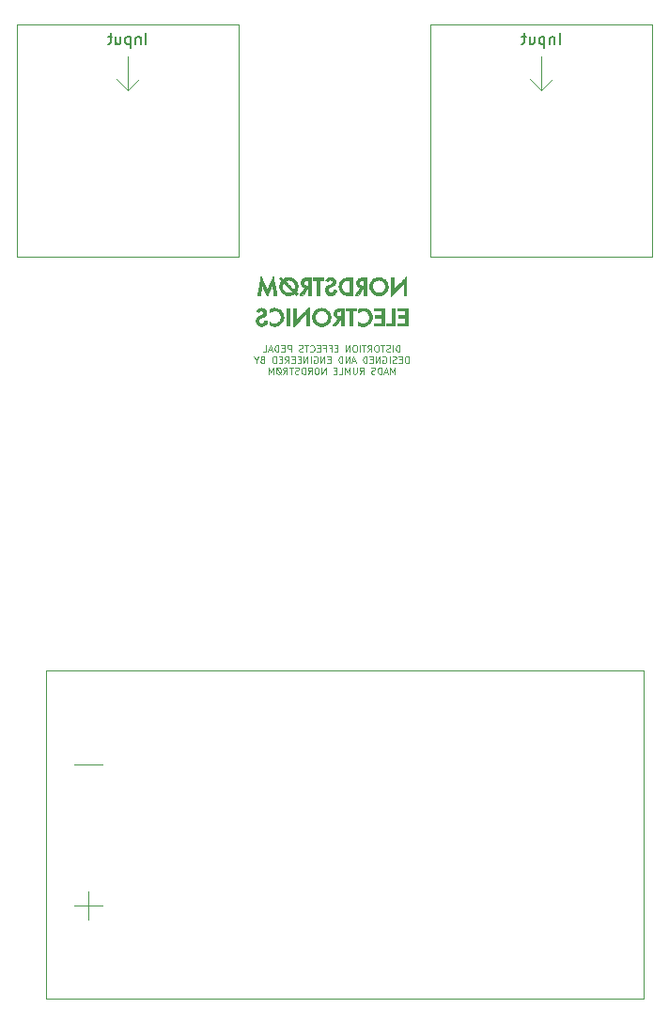
<source format=gbr>
%TF.GenerationSoftware,KiCad,Pcbnew,(5.1.10-1-10_14)*%
%TF.CreationDate,2021-10-01T16:43:39+02:00*%
%TF.ProjectId,Guitarpedal,47756974-6172-4706-9564-616c2e6b6963,rev?*%
%TF.SameCoordinates,Original*%
%TF.FileFunction,Legend,Bot*%
%TF.FilePolarity,Positive*%
%FSLAX46Y46*%
G04 Gerber Fmt 4.6, Leading zero omitted, Abs format (unit mm)*
G04 Created by KiCad (PCBNEW (5.1.10-1-10_14)) date 2021-10-01 16:43:39*
%MOMM*%
%LPD*%
G01*
G04 APERTURE LIST*
%ADD10C,0.100000*%
%ADD11C,0.010000*%
%ADD12C,0.120000*%
%ADD13C,0.150000*%
G04 APERTURE END LIST*
D10*
X35878571Y60478571D02*
X35878571Y61078571D01*
X35735714Y61078571D01*
X35650000Y61050000D01*
X35592857Y60992857D01*
X35564285Y60935714D01*
X35535714Y60821428D01*
X35535714Y60735714D01*
X35564285Y60621428D01*
X35592857Y60564285D01*
X35650000Y60507142D01*
X35735714Y60478571D01*
X35878571Y60478571D01*
X35278571Y60478571D02*
X35278571Y61078571D01*
X35021428Y60507142D02*
X34935714Y60478571D01*
X34792857Y60478571D01*
X34735714Y60507142D01*
X34707142Y60535714D01*
X34678571Y60592857D01*
X34678571Y60650000D01*
X34707142Y60707142D01*
X34735714Y60735714D01*
X34792857Y60764285D01*
X34907142Y60792857D01*
X34964285Y60821428D01*
X34992857Y60850000D01*
X35021428Y60907142D01*
X35021428Y60964285D01*
X34992857Y61021428D01*
X34964285Y61050000D01*
X34907142Y61078571D01*
X34764285Y61078571D01*
X34678571Y61050000D01*
X34507142Y61078571D02*
X34164285Y61078571D01*
X34335714Y60478571D02*
X34335714Y61078571D01*
X33850000Y61078571D02*
X33735714Y61078571D01*
X33678571Y61050000D01*
X33621428Y60992857D01*
X33592857Y60878571D01*
X33592857Y60678571D01*
X33621428Y60564285D01*
X33678571Y60507142D01*
X33735714Y60478571D01*
X33850000Y60478571D01*
X33907142Y60507142D01*
X33964285Y60564285D01*
X33992857Y60678571D01*
X33992857Y60878571D01*
X33964285Y60992857D01*
X33907142Y61050000D01*
X33850000Y61078571D01*
X32992857Y60478571D02*
X33192857Y60764285D01*
X33335714Y60478571D02*
X33335714Y61078571D01*
X33107142Y61078571D01*
X33050000Y61050000D01*
X33021428Y61021428D01*
X32992857Y60964285D01*
X32992857Y60878571D01*
X33021428Y60821428D01*
X33050000Y60792857D01*
X33107142Y60764285D01*
X33335714Y60764285D01*
X32821428Y61078571D02*
X32478571Y61078571D01*
X32650000Y60478571D02*
X32650000Y61078571D01*
X32278571Y60478571D02*
X32278571Y61078571D01*
X31878571Y61078571D02*
X31764285Y61078571D01*
X31707142Y61050000D01*
X31650000Y60992857D01*
X31621428Y60878571D01*
X31621428Y60678571D01*
X31650000Y60564285D01*
X31707142Y60507142D01*
X31764285Y60478571D01*
X31878571Y60478571D01*
X31935714Y60507142D01*
X31992857Y60564285D01*
X32021428Y60678571D01*
X32021428Y60878571D01*
X31992857Y60992857D01*
X31935714Y61050000D01*
X31878571Y61078571D01*
X31364285Y60478571D02*
X31364285Y61078571D01*
X31021428Y60478571D01*
X31021428Y61078571D01*
X30278571Y60792857D02*
X30078571Y60792857D01*
X29992857Y60478571D02*
X30278571Y60478571D01*
X30278571Y61078571D01*
X29992857Y61078571D01*
X29535714Y60792857D02*
X29735714Y60792857D01*
X29735714Y60478571D02*
X29735714Y61078571D01*
X29450000Y61078571D01*
X29021428Y60792857D02*
X29221428Y60792857D01*
X29221428Y60478571D02*
X29221428Y61078571D01*
X28935714Y61078571D01*
X28707142Y60792857D02*
X28507142Y60792857D01*
X28421428Y60478571D02*
X28707142Y60478571D01*
X28707142Y61078571D01*
X28421428Y61078571D01*
X27821428Y60535714D02*
X27850000Y60507142D01*
X27935714Y60478571D01*
X27992857Y60478571D01*
X28078571Y60507142D01*
X28135714Y60564285D01*
X28164285Y60621428D01*
X28192857Y60735714D01*
X28192857Y60821428D01*
X28164285Y60935714D01*
X28135714Y60992857D01*
X28078571Y61050000D01*
X27992857Y61078571D01*
X27935714Y61078571D01*
X27850000Y61050000D01*
X27821428Y61021428D01*
X27650000Y61078571D02*
X27307142Y61078571D01*
X27478571Y60478571D02*
X27478571Y61078571D01*
X27135714Y60507142D02*
X27050000Y60478571D01*
X26907142Y60478571D01*
X26850000Y60507142D01*
X26821428Y60535714D01*
X26792857Y60592857D01*
X26792857Y60650000D01*
X26821428Y60707142D01*
X26850000Y60735714D01*
X26907142Y60764285D01*
X27021428Y60792857D01*
X27078571Y60821428D01*
X27107142Y60850000D01*
X27135714Y60907142D01*
X27135714Y60964285D01*
X27107142Y61021428D01*
X27078571Y61050000D01*
X27021428Y61078571D01*
X26878571Y61078571D01*
X26792857Y61050000D01*
X26078571Y60478571D02*
X26078571Y61078571D01*
X25850000Y61078571D01*
X25792857Y61050000D01*
X25764285Y61021428D01*
X25735714Y60964285D01*
X25735714Y60878571D01*
X25764285Y60821428D01*
X25792857Y60792857D01*
X25850000Y60764285D01*
X26078571Y60764285D01*
X25478571Y60792857D02*
X25278571Y60792857D01*
X25192857Y60478571D02*
X25478571Y60478571D01*
X25478571Y61078571D01*
X25192857Y61078571D01*
X24935714Y60478571D02*
X24935714Y61078571D01*
X24792857Y61078571D01*
X24707142Y61050000D01*
X24650000Y60992857D01*
X24621428Y60935714D01*
X24592857Y60821428D01*
X24592857Y60735714D01*
X24621428Y60621428D01*
X24650000Y60564285D01*
X24707142Y60507142D01*
X24792857Y60478571D01*
X24935714Y60478571D01*
X24364285Y60650000D02*
X24078571Y60650000D01*
X24421428Y60478571D02*
X24221428Y61078571D01*
X24021428Y60478571D01*
X23535714Y60478571D02*
X23821428Y60478571D01*
X23821428Y61078571D01*
X36664285Y59478571D02*
X36664285Y60078571D01*
X36521428Y60078571D01*
X36435714Y60050000D01*
X36378571Y59992857D01*
X36350000Y59935714D01*
X36321428Y59821428D01*
X36321428Y59735714D01*
X36350000Y59621428D01*
X36378571Y59564285D01*
X36435714Y59507142D01*
X36521428Y59478571D01*
X36664285Y59478571D01*
X36064285Y59792857D02*
X35864285Y59792857D01*
X35778571Y59478571D02*
X36064285Y59478571D01*
X36064285Y60078571D01*
X35778571Y60078571D01*
X35550000Y59507142D02*
X35464285Y59478571D01*
X35321428Y59478571D01*
X35264285Y59507142D01*
X35235714Y59535714D01*
X35207142Y59592857D01*
X35207142Y59650000D01*
X35235714Y59707142D01*
X35264285Y59735714D01*
X35321428Y59764285D01*
X35435714Y59792857D01*
X35492857Y59821428D01*
X35521428Y59850000D01*
X35550000Y59907142D01*
X35550000Y59964285D01*
X35521428Y60021428D01*
X35492857Y60050000D01*
X35435714Y60078571D01*
X35292857Y60078571D01*
X35207142Y60050000D01*
X34950000Y59478571D02*
X34950000Y60078571D01*
X34350000Y60050000D02*
X34407142Y60078571D01*
X34492857Y60078571D01*
X34578571Y60050000D01*
X34635714Y59992857D01*
X34664285Y59935714D01*
X34692857Y59821428D01*
X34692857Y59735714D01*
X34664285Y59621428D01*
X34635714Y59564285D01*
X34578571Y59507142D01*
X34492857Y59478571D01*
X34435714Y59478571D01*
X34350000Y59507142D01*
X34321428Y59535714D01*
X34321428Y59735714D01*
X34435714Y59735714D01*
X34064285Y59478571D02*
X34064285Y60078571D01*
X33721428Y59478571D01*
X33721428Y60078571D01*
X33435714Y59792857D02*
X33235714Y59792857D01*
X33150000Y59478571D02*
X33435714Y59478571D01*
X33435714Y60078571D01*
X33150000Y60078571D01*
X32892857Y59478571D02*
X32892857Y60078571D01*
X32750000Y60078571D01*
X32664285Y60050000D01*
X32607142Y59992857D01*
X32578571Y59935714D01*
X32550000Y59821428D01*
X32550000Y59735714D01*
X32578571Y59621428D01*
X32607142Y59564285D01*
X32664285Y59507142D01*
X32750000Y59478571D01*
X32892857Y59478571D01*
X31864285Y59650000D02*
X31578571Y59650000D01*
X31921428Y59478571D02*
X31721428Y60078571D01*
X31521428Y59478571D01*
X31321428Y59478571D02*
X31321428Y60078571D01*
X30978571Y59478571D01*
X30978571Y60078571D01*
X30692857Y59478571D02*
X30692857Y60078571D01*
X30550000Y60078571D01*
X30464285Y60050000D01*
X30407142Y59992857D01*
X30378571Y59935714D01*
X30350000Y59821428D01*
X30350000Y59735714D01*
X30378571Y59621428D01*
X30407142Y59564285D01*
X30464285Y59507142D01*
X30550000Y59478571D01*
X30692857Y59478571D01*
X29635714Y59792857D02*
X29435714Y59792857D01*
X29350000Y59478571D02*
X29635714Y59478571D01*
X29635714Y60078571D01*
X29350000Y60078571D01*
X29092857Y59478571D02*
X29092857Y60078571D01*
X28750000Y59478571D01*
X28750000Y60078571D01*
X28150000Y60050000D02*
X28207142Y60078571D01*
X28292857Y60078571D01*
X28378571Y60050000D01*
X28435714Y59992857D01*
X28464285Y59935714D01*
X28492857Y59821428D01*
X28492857Y59735714D01*
X28464285Y59621428D01*
X28435714Y59564285D01*
X28378571Y59507142D01*
X28292857Y59478571D01*
X28235714Y59478571D01*
X28150000Y59507142D01*
X28121428Y59535714D01*
X28121428Y59735714D01*
X28235714Y59735714D01*
X27864285Y59478571D02*
X27864285Y60078571D01*
X27578571Y59478571D02*
X27578571Y60078571D01*
X27235714Y59478571D01*
X27235714Y60078571D01*
X26950000Y59792857D02*
X26750000Y59792857D01*
X26664285Y59478571D02*
X26950000Y59478571D01*
X26950000Y60078571D01*
X26664285Y60078571D01*
X26407142Y59792857D02*
X26207142Y59792857D01*
X26121428Y59478571D02*
X26407142Y59478571D01*
X26407142Y60078571D01*
X26121428Y60078571D01*
X25521428Y59478571D02*
X25721428Y59764285D01*
X25864285Y59478571D02*
X25864285Y60078571D01*
X25635714Y60078571D01*
X25578571Y60050000D01*
X25550000Y60021428D01*
X25521428Y59964285D01*
X25521428Y59878571D01*
X25550000Y59821428D01*
X25578571Y59792857D01*
X25635714Y59764285D01*
X25864285Y59764285D01*
X25264285Y59792857D02*
X25064285Y59792857D01*
X24978571Y59478571D02*
X25264285Y59478571D01*
X25264285Y60078571D01*
X24978571Y60078571D01*
X24721428Y59478571D02*
X24721428Y60078571D01*
X24578571Y60078571D01*
X24492857Y60050000D01*
X24435714Y59992857D01*
X24407142Y59935714D01*
X24378571Y59821428D01*
X24378571Y59735714D01*
X24407142Y59621428D01*
X24435714Y59564285D01*
X24492857Y59507142D01*
X24578571Y59478571D01*
X24721428Y59478571D01*
X23464285Y59792857D02*
X23378571Y59764285D01*
X23350000Y59735714D01*
X23321428Y59678571D01*
X23321428Y59592857D01*
X23350000Y59535714D01*
X23378571Y59507142D01*
X23435714Y59478571D01*
X23664285Y59478571D01*
X23664285Y60078571D01*
X23464285Y60078571D01*
X23407142Y60050000D01*
X23378571Y60021428D01*
X23350000Y59964285D01*
X23350000Y59907142D01*
X23378571Y59850000D01*
X23407142Y59821428D01*
X23464285Y59792857D01*
X23664285Y59792857D01*
X22950000Y59764285D02*
X22950000Y59478571D01*
X23150000Y60078571D02*
X22950000Y59764285D01*
X22750000Y60078571D01*
X35421428Y58478571D02*
X35421428Y59078571D01*
X35221428Y58650000D01*
X35021428Y59078571D01*
X35021428Y58478571D01*
X34764285Y58650000D02*
X34478571Y58650000D01*
X34821428Y58478571D02*
X34621428Y59078571D01*
X34421428Y58478571D01*
X34221428Y58478571D02*
X34221428Y59078571D01*
X34078571Y59078571D01*
X33992857Y59050000D01*
X33935714Y58992857D01*
X33907142Y58935714D01*
X33878571Y58821428D01*
X33878571Y58735714D01*
X33907142Y58621428D01*
X33935714Y58564285D01*
X33992857Y58507142D01*
X34078571Y58478571D01*
X34221428Y58478571D01*
X33650000Y58507142D02*
X33564285Y58478571D01*
X33421428Y58478571D01*
X33364285Y58507142D01*
X33335714Y58535714D01*
X33307142Y58592857D01*
X33307142Y58650000D01*
X33335714Y58707142D01*
X33364285Y58735714D01*
X33421428Y58764285D01*
X33535714Y58792857D01*
X33592857Y58821428D01*
X33621428Y58850000D01*
X33650000Y58907142D01*
X33650000Y58964285D01*
X33621428Y59021428D01*
X33592857Y59050000D01*
X33535714Y59078571D01*
X33392857Y59078571D01*
X33307142Y59050000D01*
X32250000Y58478571D02*
X32450000Y58764285D01*
X32592857Y58478571D02*
X32592857Y59078571D01*
X32364285Y59078571D01*
X32307142Y59050000D01*
X32278571Y59021428D01*
X32250000Y58964285D01*
X32250000Y58878571D01*
X32278571Y58821428D01*
X32307142Y58792857D01*
X32364285Y58764285D01*
X32592857Y58764285D01*
X31992857Y59078571D02*
X31992857Y58592857D01*
X31964285Y58535714D01*
X31935714Y58507142D01*
X31878571Y58478571D01*
X31764285Y58478571D01*
X31707142Y58507142D01*
X31678571Y58535714D01*
X31650000Y58592857D01*
X31650000Y59078571D01*
X31364285Y58478571D02*
X31364285Y59078571D01*
X31164285Y58650000D01*
X30964285Y59078571D01*
X30964285Y58478571D01*
X30392857Y58478571D02*
X30678571Y58478571D01*
X30678571Y59078571D01*
X30192857Y58792857D02*
X29992857Y58792857D01*
X29907142Y58478571D02*
X30192857Y58478571D01*
X30192857Y59078571D01*
X29907142Y59078571D01*
X29192857Y58478571D02*
X29192857Y59078571D01*
X28850000Y58478571D01*
X28850000Y59078571D01*
X28450000Y59078571D02*
X28335714Y59078571D01*
X28278571Y59050000D01*
X28221428Y58992857D01*
X28192857Y58878571D01*
X28192857Y58678571D01*
X28221428Y58564285D01*
X28278571Y58507142D01*
X28335714Y58478571D01*
X28450000Y58478571D01*
X28507142Y58507142D01*
X28564285Y58564285D01*
X28592857Y58678571D01*
X28592857Y58878571D01*
X28564285Y58992857D01*
X28507142Y59050000D01*
X28450000Y59078571D01*
X27592857Y58478571D02*
X27792857Y58764285D01*
X27935714Y58478571D02*
X27935714Y59078571D01*
X27707142Y59078571D01*
X27650000Y59050000D01*
X27621428Y59021428D01*
X27592857Y58964285D01*
X27592857Y58878571D01*
X27621428Y58821428D01*
X27650000Y58792857D01*
X27707142Y58764285D01*
X27935714Y58764285D01*
X27335714Y58478571D02*
X27335714Y59078571D01*
X27192857Y59078571D01*
X27107142Y59050000D01*
X27050000Y58992857D01*
X27021428Y58935714D01*
X26992857Y58821428D01*
X26992857Y58735714D01*
X27021428Y58621428D01*
X27050000Y58564285D01*
X27107142Y58507142D01*
X27192857Y58478571D01*
X27335714Y58478571D01*
X26764285Y58507142D02*
X26678571Y58478571D01*
X26535714Y58478571D01*
X26478571Y58507142D01*
X26450000Y58535714D01*
X26421428Y58592857D01*
X26421428Y58650000D01*
X26450000Y58707142D01*
X26478571Y58735714D01*
X26535714Y58764285D01*
X26650000Y58792857D01*
X26707142Y58821428D01*
X26735714Y58850000D01*
X26764285Y58907142D01*
X26764285Y58964285D01*
X26735714Y59021428D01*
X26707142Y59050000D01*
X26650000Y59078571D01*
X26507142Y59078571D01*
X26421428Y59050000D01*
X26250000Y59078571D02*
X25907142Y59078571D01*
X26078571Y58478571D02*
X26078571Y59078571D01*
X25364285Y58478571D02*
X25564285Y58764285D01*
X25707142Y58478571D02*
X25707142Y59078571D01*
X25478571Y59078571D01*
X25421428Y59050000D01*
X25392857Y59021428D01*
X25364285Y58964285D01*
X25364285Y58878571D01*
X25392857Y58821428D01*
X25421428Y58792857D01*
X25478571Y58764285D01*
X25707142Y58764285D01*
X24707142Y59078571D02*
X25164285Y58478571D01*
X24992857Y58478571D02*
X25050000Y58507142D01*
X25107142Y58564285D01*
X25135714Y58678571D01*
X25135714Y58878571D01*
X25107142Y58992857D01*
X25050000Y59050000D01*
X24992857Y59078571D01*
X24878571Y59078571D01*
X24821428Y59050000D01*
X24764285Y58992857D01*
X24735714Y58878571D01*
X24735714Y58678571D01*
X24764285Y58564285D01*
X24821428Y58507142D01*
X24878571Y58478571D01*
X24992857Y58478571D01*
X24478571Y58478571D02*
X24478571Y59078571D01*
X24278571Y58650000D01*
X24078571Y59078571D01*
X24078571Y58478571D01*
D11*
%TO.C,G\u002A\u002A\u002A*%
G36*
X27632190Y64458689D02*
G01*
X27618708Y64444652D01*
X27594645Y64419534D01*
X27560922Y64384298D01*
X27518461Y64339909D01*
X27468183Y64287331D01*
X27411010Y64227527D01*
X27347863Y64161462D01*
X27279664Y64090099D01*
X27207335Y64014403D01*
X27131797Y63935337D01*
X27059797Y63859964D01*
X26539607Y63315370D01*
X26535323Y64409178D01*
X26298099Y64404558D01*
X26295977Y63573853D01*
X26295742Y63457776D01*
X26295637Y63346518D01*
X26295656Y63241195D01*
X26295794Y63142923D01*
X26296045Y63052819D01*
X26296403Y62971998D01*
X26296864Y62901576D01*
X26297421Y62842671D01*
X26298068Y62796398D01*
X26298801Y62763874D01*
X26299613Y62746213D01*
X26300141Y62743216D01*
X26306663Y62749112D01*
X26323903Y62766237D01*
X26351073Y62793778D01*
X26387385Y62830922D01*
X26432052Y62876853D01*
X26484285Y62930759D01*
X26543297Y62991827D01*
X26608299Y63059242D01*
X26678505Y63132191D01*
X26753127Y63209860D01*
X26831375Y63291435D01*
X26872722Y63334590D01*
X27439017Y63925895D01*
X27441159Y63380325D01*
X27443300Y62834754D01*
X27684689Y62834754D01*
X27684393Y64512820D01*
X27632190Y64458689D01*
G37*
X27632190Y64458689D02*
X27618708Y64444652D01*
X27594645Y64419534D01*
X27560922Y64384298D01*
X27518461Y64339909D01*
X27468183Y64287331D01*
X27411010Y64227527D01*
X27347863Y64161462D01*
X27279664Y64090099D01*
X27207335Y64014403D01*
X27131797Y63935337D01*
X27059797Y63859964D01*
X26539607Y63315370D01*
X26535323Y64409178D01*
X26298099Y64404558D01*
X26295977Y63573853D01*
X26295742Y63457776D01*
X26295637Y63346518D01*
X26295656Y63241195D01*
X26295794Y63142923D01*
X26296045Y63052819D01*
X26296403Y62971998D01*
X26296864Y62901576D01*
X26297421Y62842671D01*
X26298068Y62796398D01*
X26298801Y62763874D01*
X26299613Y62746213D01*
X26300141Y62743216D01*
X26306663Y62749112D01*
X26323903Y62766237D01*
X26351073Y62793778D01*
X26387385Y62830922D01*
X26432052Y62876853D01*
X26484285Y62930759D01*
X26543297Y62991827D01*
X26608299Y63059242D01*
X26678505Y63132191D01*
X26753127Y63209860D01*
X26831375Y63291435D01*
X26872722Y63334590D01*
X27439017Y63925895D01*
X27441159Y63380325D01*
X27443300Y62834754D01*
X27684689Y62834754D01*
X27684393Y64512820D01*
X27632190Y64458689D01*
G36*
X32460882Y64427578D02*
G01*
X32402222Y64423496D01*
X32350938Y64415686D01*
X32302442Y64403194D01*
X32252145Y64385066D01*
X32195455Y64360346D01*
X32190240Y64357932D01*
X32115115Y64323027D01*
X32115115Y64042853D01*
X32168060Y64079864D01*
X32223320Y64114694D01*
X32284086Y64146602D01*
X32345056Y64173133D01*
X32400931Y64191830D01*
X32419082Y64196234D01*
X32496822Y64206731D01*
X32578083Y64207080D01*
X32658122Y64197771D01*
X32732194Y64179293D01*
X32783184Y64158629D01*
X32864650Y64109689D01*
X32937520Y64048801D01*
X32999865Y63978156D01*
X33049757Y63899951D01*
X33085270Y63816377D01*
X33086054Y63813932D01*
X33109347Y63716453D01*
X33117632Y63620423D01*
X33111753Y63527151D01*
X33092548Y63437945D01*
X33060859Y63354115D01*
X33017527Y63276968D01*
X32963393Y63207814D01*
X32899297Y63147962D01*
X32826080Y63098721D01*
X32744584Y63061399D01*
X32655648Y63037305D01*
X32581491Y63028528D01*
X32503499Y63027625D01*
X32435542Y63034730D01*
X32372577Y63050778D01*
X32309558Y63076701D01*
X32302492Y63080153D01*
X32262157Y63101737D01*
X32220025Y63126877D01*
X32183365Y63151164D01*
X32173410Y63158465D01*
X32119279Y63199650D01*
X32116991Y63062025D01*
X32116571Y63000064D01*
X32117647Y62954608D01*
X32120224Y62925573D01*
X32123971Y62913233D01*
X32136702Y62904558D01*
X32161835Y62892335D01*
X32195853Y62877905D01*
X32235235Y62862611D01*
X32276463Y62847793D01*
X32316017Y62834794D01*
X32350379Y62824954D01*
X32363912Y62821765D01*
X32404975Y62815192D01*
X32456152Y62810139D01*
X32512369Y62806799D01*
X32568554Y62805368D01*
X32619633Y62806040D01*
X32660532Y62809010D01*
X32668213Y62810077D01*
X32781134Y62835982D01*
X32887511Y62876488D01*
X32986167Y62930547D01*
X33075928Y62997114D01*
X33155618Y63075141D01*
X33224060Y63163581D01*
X33280079Y63261387D01*
X33322499Y63367514D01*
X33332613Y63401606D01*
X33339961Y63430568D01*
X33345160Y63457538D01*
X33348545Y63486348D01*
X33350454Y63520830D01*
X33351223Y63564817D01*
X33351230Y63613410D01*
X33350658Y63670106D01*
X33349237Y63713947D01*
X33346623Y63748729D01*
X33342475Y63778244D01*
X33336451Y63806287D01*
X33332447Y63821607D01*
X33295905Y63925472D01*
X33245082Y64024720D01*
X33181685Y64117318D01*
X33107421Y64201230D01*
X33023998Y64274422D01*
X32933122Y64334859D01*
X32878130Y64363056D01*
X32817222Y64388465D01*
X32758696Y64406914D01*
X32698159Y64419237D01*
X32631219Y64426268D01*
X32553484Y64428841D01*
X32531509Y64428885D01*
X32460882Y64427578D01*
G37*
X32460882Y64427578D02*
X32402222Y64423496D01*
X32350938Y64415686D01*
X32302442Y64403194D01*
X32252145Y64385066D01*
X32195455Y64360346D01*
X32190240Y64357932D01*
X32115115Y64323027D01*
X32115115Y64042853D01*
X32168060Y64079864D01*
X32223320Y64114694D01*
X32284086Y64146602D01*
X32345056Y64173133D01*
X32400931Y64191830D01*
X32419082Y64196234D01*
X32496822Y64206731D01*
X32578083Y64207080D01*
X32658122Y64197771D01*
X32732194Y64179293D01*
X32783184Y64158629D01*
X32864650Y64109689D01*
X32937520Y64048801D01*
X32999865Y63978156D01*
X33049757Y63899951D01*
X33085270Y63816377D01*
X33086054Y63813932D01*
X33109347Y63716453D01*
X33117632Y63620423D01*
X33111753Y63527151D01*
X33092548Y63437945D01*
X33060859Y63354115D01*
X33017527Y63276968D01*
X32963393Y63207814D01*
X32899297Y63147962D01*
X32826080Y63098721D01*
X32744584Y63061399D01*
X32655648Y63037305D01*
X32581491Y63028528D01*
X32503499Y63027625D01*
X32435542Y63034730D01*
X32372577Y63050778D01*
X32309558Y63076701D01*
X32302492Y63080153D01*
X32262157Y63101737D01*
X32220025Y63126877D01*
X32183365Y63151164D01*
X32173410Y63158465D01*
X32119279Y63199650D01*
X32116991Y63062025D01*
X32116571Y63000064D01*
X32117647Y62954608D01*
X32120224Y62925573D01*
X32123971Y62913233D01*
X32136702Y62904558D01*
X32161835Y62892335D01*
X32195853Y62877905D01*
X32235235Y62862611D01*
X32276463Y62847793D01*
X32316017Y62834794D01*
X32350379Y62824954D01*
X32363912Y62821765D01*
X32404975Y62815192D01*
X32456152Y62810139D01*
X32512369Y62806799D01*
X32568554Y62805368D01*
X32619633Y62806040D01*
X32660532Y62809010D01*
X32668213Y62810077D01*
X32781134Y62835982D01*
X32887511Y62876488D01*
X32986167Y62930547D01*
X33075928Y62997114D01*
X33155618Y63075141D01*
X33224060Y63163581D01*
X33280079Y63261387D01*
X33322499Y63367514D01*
X33332613Y63401606D01*
X33339961Y63430568D01*
X33345160Y63457538D01*
X33348545Y63486348D01*
X33350454Y63520830D01*
X33351223Y63564817D01*
X33351230Y63613410D01*
X33350658Y63670106D01*
X33349237Y63713947D01*
X33346623Y63748729D01*
X33342475Y63778244D01*
X33336451Y63806287D01*
X33332447Y63821607D01*
X33295905Y63925472D01*
X33245082Y64024720D01*
X33181685Y64117318D01*
X33107421Y64201230D01*
X33023998Y64274422D01*
X32933122Y64334859D01*
X32878130Y64363056D01*
X32817222Y64388465D01*
X32758696Y64406914D01*
X32698159Y64419237D01*
X32631219Y64426268D01*
X32553484Y64428841D01*
X32531509Y64428885D01*
X32460882Y64427578D01*
G36*
X28759676Y64431249D02*
G01*
X28644930Y64418631D01*
X28538813Y64392214D01*
X28439981Y64351400D01*
X28347093Y64295588D01*
X28258807Y64224178D01*
X28225933Y64192575D01*
X28159568Y64120155D01*
X28106466Y64048374D01*
X28064005Y63972868D01*
X28029562Y63889270D01*
X28013087Y63838262D01*
X27997108Y63767080D01*
X27987653Y63686329D01*
X27984932Y63601856D01*
X27989151Y63519503D01*
X27999280Y63450933D01*
X28029998Y63342499D01*
X28075351Y63240487D01*
X28134149Y63146133D01*
X28205201Y63060670D01*
X28287315Y62985333D01*
X28379301Y62921355D01*
X28479966Y62869970D01*
X28588121Y62832413D01*
X28599041Y62829532D01*
X28662713Y62816697D01*
X28733797Y62808184D01*
X28806779Y62804254D01*
X28876141Y62805169D01*
X28936369Y62811192D01*
X28946781Y62813023D01*
X29064282Y62843352D01*
X29173152Y62887776D01*
X29274179Y62946655D01*
X29329443Y62987530D01*
X29415358Y63065512D01*
X29486140Y63149854D01*
X29542067Y63241152D01*
X29583421Y63340004D01*
X29610481Y63447004D01*
X29623529Y63562749D01*
X29624902Y63615843D01*
X29624815Y63617574D01*
X29386641Y63617574D01*
X29380731Y63520451D01*
X29362455Y63433197D01*
X29330915Y63353599D01*
X29285207Y63279444D01*
X29224432Y63208520D01*
X29217151Y63201180D01*
X29149266Y63139860D01*
X29082487Y63093388D01*
X29013650Y63060516D01*
X28939589Y63039995D01*
X28857141Y63030574D01*
X28783968Y63030160D01*
X28730112Y63033012D01*
X28686456Y63038326D01*
X28646610Y63047059D01*
X28620921Y63054644D01*
X28538593Y63089302D01*
X28461553Y63138102D01*
X28392040Y63198815D01*
X28332294Y63269210D01*
X28284552Y63347055D01*
X28254205Y63420083D01*
X28238997Y63482088D01*
X28229529Y63553672D01*
X28226089Y63628676D01*
X28228967Y63700941D01*
X28238162Y63763032D01*
X28265545Y63849444D01*
X28307134Y63930662D01*
X28361093Y64004849D01*
X28425583Y64070169D01*
X28498764Y64124782D01*
X28578801Y64166852D01*
X28663853Y64194542D01*
X28671541Y64196234D01*
X28770893Y64209301D01*
X28868373Y64206661D01*
X28962420Y64188855D01*
X29051477Y64156425D01*
X29133983Y64109912D01*
X29208380Y64049858D01*
X29262020Y63991165D01*
X29311939Y63919851D01*
X29348221Y63847060D01*
X29371962Y63769509D01*
X29384258Y63683914D01*
X29386641Y63617574D01*
X29624815Y63617574D01*
X29619110Y63729858D01*
X29600817Y63834039D01*
X29569234Y63930397D01*
X29523571Y64020940D01*
X29463038Y64107680D01*
X29406016Y64172914D01*
X29317846Y64254756D01*
X29223503Y64321130D01*
X29122960Y64372046D01*
X29016188Y64407514D01*
X28903161Y64427547D01*
X28783851Y64432156D01*
X28759676Y64431249D01*
G37*
X28759676Y64431249D02*
X28644930Y64418631D01*
X28538813Y64392214D01*
X28439981Y64351400D01*
X28347093Y64295588D01*
X28258807Y64224178D01*
X28225933Y64192575D01*
X28159568Y64120155D01*
X28106466Y64048374D01*
X28064005Y63972868D01*
X28029562Y63889270D01*
X28013087Y63838262D01*
X27997108Y63767080D01*
X27987653Y63686329D01*
X27984932Y63601856D01*
X27989151Y63519503D01*
X27999280Y63450933D01*
X28029998Y63342499D01*
X28075351Y63240487D01*
X28134149Y63146133D01*
X28205201Y63060670D01*
X28287315Y62985333D01*
X28379301Y62921355D01*
X28479966Y62869970D01*
X28588121Y62832413D01*
X28599041Y62829532D01*
X28662713Y62816697D01*
X28733797Y62808184D01*
X28806779Y62804254D01*
X28876141Y62805169D01*
X28936369Y62811192D01*
X28946781Y62813023D01*
X29064282Y62843352D01*
X29173152Y62887776D01*
X29274179Y62946655D01*
X29329443Y62987530D01*
X29415358Y63065512D01*
X29486140Y63149854D01*
X29542067Y63241152D01*
X29583421Y63340004D01*
X29610481Y63447004D01*
X29623529Y63562749D01*
X29624902Y63615843D01*
X29624815Y63617574D01*
X29386641Y63617574D01*
X29380731Y63520451D01*
X29362455Y63433197D01*
X29330915Y63353599D01*
X29285207Y63279444D01*
X29224432Y63208520D01*
X29217151Y63201180D01*
X29149266Y63139860D01*
X29082487Y63093388D01*
X29013650Y63060516D01*
X28939589Y63039995D01*
X28857141Y63030574D01*
X28783968Y63030160D01*
X28730112Y63033012D01*
X28686456Y63038326D01*
X28646610Y63047059D01*
X28620921Y63054644D01*
X28538593Y63089302D01*
X28461553Y63138102D01*
X28392040Y63198815D01*
X28332294Y63269210D01*
X28284552Y63347055D01*
X28254205Y63420083D01*
X28238997Y63482088D01*
X28229529Y63553672D01*
X28226089Y63628676D01*
X28228967Y63700941D01*
X28238162Y63763032D01*
X28265545Y63849444D01*
X28307134Y63930662D01*
X28361093Y64004849D01*
X28425583Y64070169D01*
X28498764Y64124782D01*
X28578801Y64166852D01*
X28663853Y64194542D01*
X28671541Y64196234D01*
X28770893Y64209301D01*
X28868373Y64206661D01*
X28962420Y64188855D01*
X29051477Y64156425D01*
X29133983Y64109912D01*
X29208380Y64049858D01*
X29262020Y63991165D01*
X29311939Y63919851D01*
X29348221Y63847060D01*
X29371962Y63769509D01*
X29384258Y63683914D01*
X29386641Y63617574D01*
X29624815Y63617574D01*
X29619110Y63729858D01*
X29600817Y63834039D01*
X29569234Y63930397D01*
X29523571Y64020940D01*
X29463038Y64107680D01*
X29406016Y64172914D01*
X29317846Y64254756D01*
X29223503Y64321130D01*
X29122960Y64372046D01*
X29016188Y64407514D01*
X28903161Y64427547D01*
X28783851Y64432156D01*
X28759676Y64431249D01*
G36*
X24496221Y64432055D02*
G01*
X24431995Y64425806D01*
X24430988Y64425645D01*
X24376029Y64413880D01*
X24313893Y64395949D01*
X24251727Y64374187D01*
X24196675Y64350931D01*
X24184902Y64345178D01*
X24145345Y64325162D01*
X24145345Y64042405D01*
X24183209Y64071308D01*
X24269889Y64128767D01*
X24358754Y64170121D01*
X24451212Y64195902D01*
X24540918Y64206334D01*
X24641285Y64203756D01*
X24733870Y64186481D01*
X24819002Y64154364D01*
X24897007Y64107258D01*
X24968211Y64045016D01*
X25012174Y63994900D01*
X25063251Y63921933D01*
X25100563Y63847568D01*
X25125512Y63768051D01*
X25139496Y63679624D01*
X25142030Y63646381D01*
X25140318Y63544573D01*
X25123063Y63448660D01*
X25090381Y63358934D01*
X25042390Y63275687D01*
X24979205Y63199212D01*
X24953065Y63173675D01*
X24884644Y63118296D01*
X24813379Y63077236D01*
X24736325Y63049293D01*
X24650540Y63033264D01*
X24599214Y63029122D01*
X24510563Y63029791D01*
X24430056Y63041793D01*
X24354235Y63066232D01*
X24279646Y63104209D01*
X24205722Y63154631D01*
X24145345Y63200354D01*
X24145345Y62912171D01*
X24201558Y62886635D01*
X24281714Y62855174D01*
X24367513Y62830287D01*
X24454925Y62812660D01*
X24539921Y62802976D01*
X24618470Y62801920D01*
X24670000Y62807084D01*
X24767137Y62826317D01*
X24851954Y62851066D01*
X24928273Y62882733D01*
X24999911Y62922716D01*
X25018537Y62934845D01*
X25110565Y63005982D01*
X25190400Y63087265D01*
X25257405Y63177321D01*
X25310937Y63274777D01*
X25350357Y63378259D01*
X25375026Y63486395D01*
X25384302Y63597812D01*
X25378169Y63706291D01*
X25355990Y63819709D01*
X25319241Y63927425D01*
X25269001Y64028169D01*
X25206349Y64120671D01*
X25132365Y64203660D01*
X25048127Y64275867D01*
X24954714Y64336020D01*
X24853206Y64382851D01*
X24784220Y64405319D01*
X24719918Y64419052D01*
X24646364Y64428323D01*
X24569738Y64432776D01*
X24496221Y64432055D01*
G37*
X24496221Y64432055D02*
X24431995Y64425806D01*
X24430988Y64425645D01*
X24376029Y64413880D01*
X24313893Y64395949D01*
X24251727Y64374187D01*
X24196675Y64350931D01*
X24184902Y64345178D01*
X24145345Y64325162D01*
X24145345Y64042405D01*
X24183209Y64071308D01*
X24269889Y64128767D01*
X24358754Y64170121D01*
X24451212Y64195902D01*
X24540918Y64206334D01*
X24641285Y64203756D01*
X24733870Y64186481D01*
X24819002Y64154364D01*
X24897007Y64107258D01*
X24968211Y64045016D01*
X25012174Y63994900D01*
X25063251Y63921933D01*
X25100563Y63847568D01*
X25125512Y63768051D01*
X25139496Y63679624D01*
X25142030Y63646381D01*
X25140318Y63544573D01*
X25123063Y63448660D01*
X25090381Y63358934D01*
X25042390Y63275687D01*
X24979205Y63199212D01*
X24953065Y63173675D01*
X24884644Y63118296D01*
X24813379Y63077236D01*
X24736325Y63049293D01*
X24650540Y63033264D01*
X24599214Y63029122D01*
X24510563Y63029791D01*
X24430056Y63041793D01*
X24354235Y63066232D01*
X24279646Y63104209D01*
X24205722Y63154631D01*
X24145345Y63200354D01*
X24145345Y62912171D01*
X24201558Y62886635D01*
X24281714Y62855174D01*
X24367513Y62830287D01*
X24454925Y62812660D01*
X24539921Y62802976D01*
X24618470Y62801920D01*
X24670000Y62807084D01*
X24767137Y62826317D01*
X24851954Y62851066D01*
X24928273Y62882733D01*
X24999911Y62922716D01*
X25018537Y62934845D01*
X25110565Y63005982D01*
X25190400Y63087265D01*
X25257405Y63177321D01*
X25310937Y63274777D01*
X25350357Y63378259D01*
X25375026Y63486395D01*
X25384302Y63597812D01*
X25378169Y63706291D01*
X25355990Y63819709D01*
X25319241Y63927425D01*
X25269001Y64028169D01*
X25206349Y64120671D01*
X25132365Y64203660D01*
X25048127Y64275867D01*
X24954714Y64336020D01*
X24853206Y64382851D01*
X24784220Y64405319D01*
X24719918Y64419052D01*
X24646364Y64428323D01*
X24569738Y64432776D01*
X24496221Y64432055D01*
G36*
X23291637Y64427041D02*
G01*
X23212473Y64406708D01*
X23140688Y64372194D01*
X23075819Y64323839D01*
X23052165Y64300982D01*
X23026430Y64273299D01*
X23001223Y64243972D01*
X22979150Y64216184D01*
X22962821Y64193120D01*
X22954844Y64177963D01*
X22954459Y64175713D01*
X22961075Y64170007D01*
X22978769Y64157792D01*
X23004312Y64141085D01*
X23034473Y64121904D01*
X23066025Y64102265D01*
X23095736Y64084188D01*
X23120378Y64069688D01*
X23136720Y64060783D01*
X23141383Y64058951D01*
X23146949Y64065224D01*
X23158350Y64081145D01*
X23165302Y64091462D01*
X23205508Y64142445D01*
X23249492Y64178016D01*
X23299599Y64199356D01*
X23358176Y64207648D01*
X23394782Y64207079D01*
X23458634Y64197074D01*
X23512506Y64175922D01*
X23555232Y64144643D01*
X23585647Y64104260D01*
X23602584Y64055793D01*
X23605807Y64022124D01*
X23602496Y63983326D01*
X23590901Y63949014D01*
X23569648Y63917918D01*
X23537362Y63888771D01*
X23492666Y63860301D01*
X23434187Y63831241D01*
X23369313Y63803803D01*
X23274227Y63763696D01*
X23194079Y63725138D01*
X23127342Y63687149D01*
X23072492Y63648749D01*
X23028002Y63608960D01*
X22992348Y63566800D01*
X22985819Y63557522D01*
X22954354Y63504354D01*
X22933021Y63450258D01*
X22920217Y63390074D01*
X22914784Y63329138D01*
X22916116Y63238173D01*
X22929910Y63156995D01*
X22956928Y63083541D01*
X22997930Y63015745D01*
X23053675Y62951544D01*
X23053959Y62951262D01*
X23119218Y62894454D01*
X23185895Y62852973D01*
X23256155Y62825506D01*
X23266197Y62822758D01*
X23312189Y62813929D01*
X23367560Y62808000D01*
X23425224Y62805380D01*
X23478091Y62806477D01*
X23504162Y62809033D01*
X23588469Y62828802D01*
X23666745Y62862863D01*
X23737010Y62909855D01*
X23797284Y62968418D01*
X23845588Y63037190D01*
X23851285Y63047561D01*
X23863463Y63073758D01*
X23877244Y63108477D01*
X23891189Y63147403D01*
X23903856Y63186220D01*
X23913806Y63220612D01*
X23919599Y63246264D01*
X23920492Y63254968D01*
X23912523Y63261232D01*
X23889647Y63269573D01*
X23853416Y63279499D01*
X23816306Y63288151D01*
X23775480Y63297172D01*
X23739557Y63305202D01*
X23712219Y63311409D01*
X23697148Y63314966D01*
X23696532Y63315124D01*
X23687884Y63315202D01*
X23681664Y63307905D01*
X23676340Y63290070D01*
X23671069Y63262498D01*
X23656548Y63200721D01*
X23635853Y63151276D01*
X23607134Y63110413D01*
X23585298Y63088466D01*
X23535512Y63054367D01*
X23478864Y63033427D01*
X23418568Y63025547D01*
X23357841Y63030626D01*
X23299899Y63048564D01*
X23247958Y63079261D01*
X23224911Y63099698D01*
X23195249Y63133821D01*
X23175343Y63167968D01*
X23163245Y63207063D01*
X23157008Y63256029D01*
X23155959Y63274019D01*
X23154634Y63311898D01*
X23155468Y63338610D01*
X23159303Y63359591D01*
X23166975Y63380277D01*
X23175000Y63397329D01*
X23208933Y63447872D01*
X23239956Y63477072D01*
X23260717Y63492947D01*
X23280952Y63506859D01*
X23303270Y63520151D01*
X23330281Y63534166D01*
X23364590Y63550249D01*
X23408808Y63569743D01*
X23465543Y63593992D01*
X23473258Y63597261D01*
X23548331Y63630630D01*
X23609854Y63661754D01*
X23660479Y63692253D01*
X23702858Y63723743D01*
X23739643Y63757843D01*
X23744073Y63762469D01*
X23792530Y63825094D01*
X23826315Y63893677D01*
X23845322Y63966149D01*
X23849446Y64040437D01*
X23838581Y64114472D01*
X23812621Y64186184D01*
X23771461Y64253501D01*
X23769257Y64256384D01*
X23712204Y64316957D01*
X23644324Y64365651D01*
X23567126Y64401781D01*
X23482117Y64424660D01*
X23390807Y64433601D01*
X23379598Y64433705D01*
X23291637Y64427041D01*
G37*
X23291637Y64427041D02*
X23212473Y64406708D01*
X23140688Y64372194D01*
X23075819Y64323839D01*
X23052165Y64300982D01*
X23026430Y64273299D01*
X23001223Y64243972D01*
X22979150Y64216184D01*
X22962821Y64193120D01*
X22954844Y64177963D01*
X22954459Y64175713D01*
X22961075Y64170007D01*
X22978769Y64157792D01*
X23004312Y64141085D01*
X23034473Y64121904D01*
X23066025Y64102265D01*
X23095736Y64084188D01*
X23120378Y64069688D01*
X23136720Y64060783D01*
X23141383Y64058951D01*
X23146949Y64065224D01*
X23158350Y64081145D01*
X23165302Y64091462D01*
X23205508Y64142445D01*
X23249492Y64178016D01*
X23299599Y64199356D01*
X23358176Y64207648D01*
X23394782Y64207079D01*
X23458634Y64197074D01*
X23512506Y64175922D01*
X23555232Y64144643D01*
X23585647Y64104260D01*
X23602584Y64055793D01*
X23605807Y64022124D01*
X23602496Y63983326D01*
X23590901Y63949014D01*
X23569648Y63917918D01*
X23537362Y63888771D01*
X23492666Y63860301D01*
X23434187Y63831241D01*
X23369313Y63803803D01*
X23274227Y63763696D01*
X23194079Y63725138D01*
X23127342Y63687149D01*
X23072492Y63648749D01*
X23028002Y63608960D01*
X22992348Y63566800D01*
X22985819Y63557522D01*
X22954354Y63504354D01*
X22933021Y63450258D01*
X22920217Y63390074D01*
X22914784Y63329138D01*
X22916116Y63238173D01*
X22929910Y63156995D01*
X22956928Y63083541D01*
X22997930Y63015745D01*
X23053675Y62951544D01*
X23053959Y62951262D01*
X23119218Y62894454D01*
X23185895Y62852973D01*
X23256155Y62825506D01*
X23266197Y62822758D01*
X23312189Y62813929D01*
X23367560Y62808000D01*
X23425224Y62805380D01*
X23478091Y62806477D01*
X23504162Y62809033D01*
X23588469Y62828802D01*
X23666745Y62862863D01*
X23737010Y62909855D01*
X23797284Y62968418D01*
X23845588Y63037190D01*
X23851285Y63047561D01*
X23863463Y63073758D01*
X23877244Y63108477D01*
X23891189Y63147403D01*
X23903856Y63186220D01*
X23913806Y63220612D01*
X23919599Y63246264D01*
X23920492Y63254968D01*
X23912523Y63261232D01*
X23889647Y63269573D01*
X23853416Y63279499D01*
X23816306Y63288151D01*
X23775480Y63297172D01*
X23739557Y63305202D01*
X23712219Y63311409D01*
X23697148Y63314966D01*
X23696532Y63315124D01*
X23687884Y63315202D01*
X23681664Y63307905D01*
X23676340Y63290070D01*
X23671069Y63262498D01*
X23656548Y63200721D01*
X23635853Y63151276D01*
X23607134Y63110413D01*
X23585298Y63088466D01*
X23535512Y63054367D01*
X23478864Y63033427D01*
X23418568Y63025547D01*
X23357841Y63030626D01*
X23299899Y63048564D01*
X23247958Y63079261D01*
X23224911Y63099698D01*
X23195249Y63133821D01*
X23175343Y63167968D01*
X23163245Y63207063D01*
X23157008Y63256029D01*
X23155959Y63274019D01*
X23154634Y63311898D01*
X23155468Y63338610D01*
X23159303Y63359591D01*
X23166975Y63380277D01*
X23175000Y63397329D01*
X23208933Y63447872D01*
X23239956Y63477072D01*
X23260717Y63492947D01*
X23280952Y63506859D01*
X23303270Y63520151D01*
X23330281Y63534166D01*
X23364590Y63550249D01*
X23408808Y63569743D01*
X23465543Y63593992D01*
X23473258Y63597261D01*
X23548331Y63630630D01*
X23609854Y63661754D01*
X23660479Y63692253D01*
X23702858Y63723743D01*
X23739643Y63757843D01*
X23744073Y63762469D01*
X23792530Y63825094D01*
X23826315Y63893677D01*
X23845322Y63966149D01*
X23849446Y64040437D01*
X23838581Y64114472D01*
X23812621Y64186184D01*
X23771461Y64253501D01*
X23769257Y64256384D01*
X23712204Y64316957D01*
X23644324Y64365651D01*
X23567126Y64401781D01*
X23482117Y64424660D01*
X23390807Y64433601D01*
X23379598Y64433705D01*
X23291637Y64427041D01*
G36*
X35697939Y64294213D02*
G01*
X35695615Y64183869D01*
X36329017Y64183869D01*
X36329017Y63800787D01*
X35712754Y63800787D01*
X35712754Y63584262D01*
X36329017Y63584262D01*
X36329017Y63051279D01*
X35696099Y63051279D01*
X35696099Y62834754D01*
X36570610Y62834754D01*
X36568485Y63619656D01*
X36566361Y64404558D01*
X35700263Y64404558D01*
X35697939Y64294213D01*
G37*
X35697939Y64294213D02*
X35695615Y64183869D01*
X36329017Y64183869D01*
X36329017Y63800787D01*
X35712754Y63800787D01*
X35712754Y63584262D01*
X36329017Y63584262D01*
X36329017Y63051279D01*
X35696099Y63051279D01*
X35696099Y62834754D01*
X36570610Y62834754D01*
X36568485Y63619656D01*
X36566361Y64404558D01*
X35700263Y64404558D01*
X35697939Y64294213D01*
G36*
X35148492Y63727918D02*
G01*
X35146361Y63051279D01*
X34688427Y63051279D01*
X34688427Y62834754D01*
X35388053Y62834754D01*
X35385928Y63619656D01*
X35383804Y64404558D01*
X35150623Y64404558D01*
X35148492Y63727918D01*
G37*
X35148492Y63727918D02*
X35146361Y63051279D01*
X34688427Y63051279D01*
X34688427Y62834754D01*
X35388053Y62834754D01*
X35385928Y63619656D01*
X35383804Y64404558D01*
X35150623Y64404558D01*
X35148492Y63727918D01*
G36*
X34024279Y64406714D02*
G01*
X33593312Y64404558D01*
X33590988Y64294213D01*
X33588665Y64183869D01*
X34222066Y64183869D01*
X34222066Y63800787D01*
X33614132Y63800787D01*
X33614132Y63584262D01*
X34222066Y63584262D01*
X34222066Y63051279D01*
X33589148Y63051279D01*
X33589148Y62834754D01*
X34455246Y62834754D01*
X34455246Y64408871D01*
X34024279Y64406714D01*
G37*
X34024279Y64406714D02*
X33593312Y64404558D01*
X33590988Y64294213D01*
X33588665Y64183869D01*
X34222066Y64183869D01*
X34222066Y63800787D01*
X33614132Y63800787D01*
X33614132Y63584262D01*
X34222066Y63584262D01*
X34222066Y63051279D01*
X33589148Y63051279D01*
X33589148Y62834754D01*
X34455246Y62834754D01*
X34455246Y64408871D01*
X34024279Y64406714D01*
G36*
X31024164Y64183869D02*
G01*
X31382263Y64183869D01*
X31382263Y62834754D01*
X31623771Y62834754D01*
X31623771Y64183869D01*
X31981869Y64183869D01*
X31981869Y64408721D01*
X31024164Y64408721D01*
X31024164Y64183869D01*
G37*
X31024164Y64183869D02*
X31382263Y64183869D01*
X31382263Y62834754D01*
X31623771Y62834754D01*
X31623771Y64183869D01*
X31981869Y64183869D01*
X31981869Y64408721D01*
X31024164Y64408721D01*
X31024164Y64183869D01*
G36*
X30680640Y64408648D02*
G01*
X30564494Y64407131D01*
X30463243Y64402476D01*
X30375357Y64394316D01*
X30299306Y64382282D01*
X30233562Y64366006D01*
X30176594Y64345120D01*
X30126873Y64319254D01*
X30082871Y64288042D01*
X30048141Y64256345D01*
X29998875Y64195148D01*
X29962545Y64126139D01*
X29938999Y64051613D01*
X29928083Y63973869D01*
X29929643Y63895205D01*
X29943527Y63817917D01*
X29969580Y63744304D01*
X30007649Y63676664D01*
X30057580Y63617293D01*
X30092853Y63586837D01*
X30127361Y63561592D01*
X30155660Y63544083D01*
X30183997Y63530990D01*
X30218617Y63518991D01*
X30223054Y63517602D01*
X30247079Y63508830D01*
X30262767Y63500589D01*
X30266385Y63496182D01*
X30261462Y63488075D01*
X30247692Y63467881D01*
X30226047Y63436967D01*
X30197500Y63396699D01*
X30163024Y63348444D01*
X30123590Y63293568D01*
X30080171Y63233439D01*
X30039003Y63176664D01*
X29992492Y63112641D01*
X29948730Y63052401D01*
X29908744Y62997356D01*
X29873559Y62948918D01*
X29844202Y62908500D01*
X29821699Y62877514D01*
X29807075Y62857372D01*
X29801577Y62849795D01*
X29798467Y62844385D01*
X29799553Y62840454D01*
X29806946Y62837768D01*
X29822753Y62836091D01*
X29849083Y62835187D01*
X29888045Y62834820D01*
X29936157Y62834754D01*
X30081618Y62834754D01*
X30305137Y63155372D01*
X30357501Y63230381D01*
X30401291Y63292808D01*
X30437379Y63343790D01*
X30466638Y63384462D01*
X30489942Y63415961D01*
X30508164Y63439421D01*
X30522176Y63455979D01*
X30532851Y63466771D01*
X30541063Y63472932D01*
X30547684Y63475598D01*
X30551558Y63475995D01*
X30574459Y63476000D01*
X30574459Y62834754D01*
X30807640Y62834754D01*
X30807640Y63684197D01*
X30574707Y63684197D01*
X30493387Y63684320D01*
X30450623Y63685735D01*
X30407065Y63689401D01*
X30370094Y63694629D01*
X30359755Y63696776D01*
X30293032Y63718735D01*
X30240046Y63749986D01*
X30200608Y63790684D01*
X30174527Y63840985D01*
X30171028Y63851770D01*
X30158443Y63917547D01*
X30160305Y63979398D01*
X30176227Y64035488D01*
X30205825Y64083983D01*
X30223759Y64103079D01*
X30261451Y64132244D01*
X30304985Y64153546D01*
X30357064Y64167788D01*
X30420390Y64175776D01*
X30475593Y64178126D01*
X30570295Y64179705D01*
X30574707Y63684197D01*
X30807640Y63684197D01*
X30807640Y64408721D01*
X30680640Y64408648D01*
G37*
X30680640Y64408648D02*
X30564494Y64407131D01*
X30463243Y64402476D01*
X30375357Y64394316D01*
X30299306Y64382282D01*
X30233562Y64366006D01*
X30176594Y64345120D01*
X30126873Y64319254D01*
X30082871Y64288042D01*
X30048141Y64256345D01*
X29998875Y64195148D01*
X29962545Y64126139D01*
X29938999Y64051613D01*
X29928083Y63973869D01*
X29929643Y63895205D01*
X29943527Y63817917D01*
X29969580Y63744304D01*
X30007649Y63676664D01*
X30057580Y63617293D01*
X30092853Y63586837D01*
X30127361Y63561592D01*
X30155660Y63544083D01*
X30183997Y63530990D01*
X30218617Y63518991D01*
X30223054Y63517602D01*
X30247079Y63508830D01*
X30262767Y63500589D01*
X30266385Y63496182D01*
X30261462Y63488075D01*
X30247692Y63467881D01*
X30226047Y63436967D01*
X30197500Y63396699D01*
X30163024Y63348444D01*
X30123590Y63293568D01*
X30080171Y63233439D01*
X30039003Y63176664D01*
X29992492Y63112641D01*
X29948730Y63052401D01*
X29908744Y62997356D01*
X29873559Y62948918D01*
X29844202Y62908500D01*
X29821699Y62877514D01*
X29807075Y62857372D01*
X29801577Y62849795D01*
X29798467Y62844385D01*
X29799553Y62840454D01*
X29806946Y62837768D01*
X29822753Y62836091D01*
X29849083Y62835187D01*
X29888045Y62834820D01*
X29936157Y62834754D01*
X30081618Y62834754D01*
X30305137Y63155372D01*
X30357501Y63230381D01*
X30401291Y63292808D01*
X30437379Y63343790D01*
X30466638Y63384462D01*
X30489942Y63415961D01*
X30508164Y63439421D01*
X30522176Y63455979D01*
X30532851Y63466771D01*
X30541063Y63472932D01*
X30547684Y63475598D01*
X30551558Y63475995D01*
X30574459Y63476000D01*
X30574459Y62834754D01*
X30807640Y62834754D01*
X30807640Y63684197D01*
X30574707Y63684197D01*
X30493387Y63684320D01*
X30450623Y63685735D01*
X30407065Y63689401D01*
X30370094Y63694629D01*
X30359755Y63696776D01*
X30293032Y63718735D01*
X30240046Y63749986D01*
X30200608Y63790684D01*
X30174527Y63840985D01*
X30171028Y63851770D01*
X30158443Y63917547D01*
X30160305Y63979398D01*
X30176227Y64035488D01*
X30205825Y64083983D01*
X30223759Y64103079D01*
X30261451Y64132244D01*
X30304985Y64153546D01*
X30357064Y64167788D01*
X30420390Y64175776D01*
X30475593Y64178126D01*
X30570295Y64179705D01*
X30574707Y63684197D01*
X30807640Y63684197D01*
X30807640Y64408721D01*
X30680640Y64408648D01*
G36*
X25686000Y62834754D02*
G01*
X25919181Y62834754D01*
X25919181Y64408721D01*
X25686000Y64408721D01*
X25686000Y62834754D01*
G37*
X25686000Y62834754D02*
X25919181Y62834754D01*
X25919181Y64408721D01*
X25686000Y64408721D01*
X25686000Y62834754D01*
G36*
X36446848Y67252529D02*
G01*
X36437754Y67243012D01*
X36417992Y67222330D01*
X36388402Y67191358D01*
X36349821Y67150975D01*
X36303088Y67102058D01*
X36249041Y67045484D01*
X36188517Y66982130D01*
X36122356Y66912873D01*
X36051395Y66838592D01*
X35976472Y66760163D01*
X35898426Y66678464D01*
X35878471Y66657575D01*
X35333836Y66087445D01*
X35329673Y66628428D01*
X35325509Y67169410D01*
X35206836Y67171721D01*
X35088164Y67174031D01*
X35088164Y66341016D01*
X35088193Y66224772D01*
X35088275Y66113345D01*
X35088408Y66007849D01*
X35088587Y65909398D01*
X35088808Y65819108D01*
X35089068Y65738092D01*
X35089363Y65667467D01*
X35089689Y65608347D01*
X35090041Y65561846D01*
X35090417Y65529080D01*
X35090811Y65511163D01*
X35091064Y65508000D01*
X35097106Y65513882D01*
X35113882Y65530988D01*
X35140613Y65558507D01*
X35176518Y65595630D01*
X35220817Y65641545D01*
X35272730Y65695443D01*
X35331477Y65756513D01*
X35396277Y65823945D01*
X35466351Y65896928D01*
X35540918Y65974652D01*
X35619197Y66056308D01*
X35663605Y66102656D01*
X36233246Y66697313D01*
X36235388Y66148460D01*
X36237529Y65599607D01*
X36470591Y65599607D01*
X36470591Y67277352D01*
X36446848Y67252529D01*
G37*
X36446848Y67252529D02*
X36437754Y67243012D01*
X36417992Y67222330D01*
X36388402Y67191358D01*
X36349821Y67150975D01*
X36303088Y67102058D01*
X36249041Y67045484D01*
X36188517Y66982130D01*
X36122356Y66912873D01*
X36051395Y66838592D01*
X35976472Y66760163D01*
X35898426Y66678464D01*
X35878471Y66657575D01*
X35333836Y66087445D01*
X35329673Y66628428D01*
X35325509Y67169410D01*
X35206836Y67171721D01*
X35088164Y67174031D01*
X35088164Y66341016D01*
X35088193Y66224772D01*
X35088275Y66113345D01*
X35088408Y66007849D01*
X35088587Y65909398D01*
X35088808Y65819108D01*
X35089068Y65738092D01*
X35089363Y65667467D01*
X35089689Y65608347D01*
X35090041Y65561846D01*
X35090417Y65529080D01*
X35090811Y65511163D01*
X35091064Y65508000D01*
X35097106Y65513882D01*
X35113882Y65530988D01*
X35140613Y65558507D01*
X35176518Y65595630D01*
X35220817Y65641545D01*
X35272730Y65695443D01*
X35331477Y65756513D01*
X35396277Y65823945D01*
X35466351Y65896928D01*
X35540918Y65974652D01*
X35619197Y66056308D01*
X35663605Y66102656D01*
X36233246Y66697313D01*
X36235388Y66148460D01*
X36237529Y65599607D01*
X36470591Y65599607D01*
X36470591Y67277352D01*
X36446848Y67252529D01*
G36*
X24439837Y67267078D02*
G01*
X24429426Y67244592D01*
X24413366Y67209237D01*
X24392189Y67162202D01*
X24366424Y67104673D01*
X24336603Y67037839D01*
X24303257Y66962888D01*
X24266915Y66881008D01*
X24228110Y66793385D01*
X24187372Y66701209D01*
X24182706Y66690639D01*
X24141616Y66597601D01*
X24102293Y66508661D01*
X24065282Y66425045D01*
X24031129Y66347980D01*
X24000378Y66278692D01*
X23973573Y66218407D01*
X23951260Y66168353D01*
X23933984Y66129755D01*
X23922289Y66103841D01*
X23916721Y66091836D01*
X23916547Y66091495D01*
X23910968Y66082186D01*
X23905881Y66080280D01*
X23899374Y66087802D01*
X23889532Y66106777D01*
X23877287Y66133052D01*
X23869085Y66150913D01*
X23854588Y66182537D01*
X23834432Y66226538D01*
X23809248Y66281533D01*
X23779672Y66346137D01*
X23746337Y66418965D01*
X23709876Y66498635D01*
X23670923Y66583761D01*
X23630112Y66672958D01*
X23599709Y66739415D01*
X23550890Y66845980D01*
X23508473Y66938212D01*
X23472039Y67016973D01*
X23441169Y67083125D01*
X23415442Y67137531D01*
X23394441Y67181052D01*
X23377745Y67214550D01*
X23364935Y67238888D01*
X23355593Y67254927D01*
X23349299Y67263530D01*
X23345633Y67265558D01*
X23344549Y67264071D01*
X23342245Y67253152D01*
X23337341Y67227249D01*
X23330076Y67187717D01*
X23320688Y67135915D01*
X23309417Y67073199D01*
X23296500Y67000926D01*
X23282175Y66920455D01*
X23266682Y66833141D01*
X23250259Y66740342D01*
X23233143Y66643416D01*
X23215575Y66543719D01*
X23197791Y66442608D01*
X23180031Y66341441D01*
X23162533Y66241575D01*
X23145535Y66144367D01*
X23129276Y66051174D01*
X23113994Y65963353D01*
X23099928Y65882262D01*
X23087317Y65809258D01*
X23076397Y65745697D01*
X23067409Y65692937D01*
X23060591Y65652336D01*
X23056180Y65625250D01*
X23054416Y65613036D01*
X23054394Y65612623D01*
X23056399Y65607479D01*
X23064015Y65603871D01*
X23079639Y65601540D01*
X23105671Y65600229D01*
X23144508Y65599679D01*
X23175148Y65599607D01*
X23217833Y65600012D01*
X23253881Y65601127D01*
X23280367Y65602801D01*
X23294366Y65604882D01*
X23295819Y65605853D01*
X23297077Y65616660D01*
X23300733Y65641987D01*
X23306491Y65679999D01*
X23314055Y65728863D01*
X23323131Y65786747D01*
X23333422Y65851816D01*
X23344633Y65922238D01*
X23356469Y65996179D01*
X23368633Y66071807D01*
X23380832Y66147288D01*
X23392768Y66220788D01*
X23404148Y66290476D01*
X23414674Y66354517D01*
X23424052Y66411078D01*
X23431986Y66458326D01*
X23438181Y66494428D01*
X23442341Y66517551D01*
X23444096Y66525738D01*
X23448275Y66522582D01*
X23458113Y66506193D01*
X23473739Y66476306D01*
X23495279Y66432654D01*
X23522861Y66374972D01*
X23556613Y66302996D01*
X23596661Y66216458D01*
X23643134Y66115094D01*
X23678965Y66036475D01*
X23718080Y65950612D01*
X23755210Y65869373D01*
X23789779Y65794004D01*
X23821209Y65725752D01*
X23848922Y65665861D01*
X23872342Y65615578D01*
X23890891Y65576149D01*
X23903992Y65548819D01*
X23911068Y65534835D01*
X23912145Y65533226D01*
X23916132Y65540684D01*
X23926250Y65562130D01*
X23941931Y65596304D01*
X23962609Y65641945D01*
X23987717Y65697790D01*
X24016690Y65762578D01*
X24048961Y65835049D01*
X24083963Y65913941D01*
X24121131Y65997992D01*
X24136832Y66033580D01*
X24174747Y66119460D01*
X24210737Y66200764D01*
X24244235Y66276221D01*
X24274673Y66344563D01*
X24301480Y66404520D01*
X24324091Y66454820D01*
X24341935Y66494195D01*
X24354446Y66521375D01*
X24361054Y66535090D01*
X24361920Y66536523D01*
X24364173Y66529093D01*
X24369027Y66506700D01*
X24376209Y66470785D01*
X24385449Y66422792D01*
X24396474Y66364163D01*
X24409013Y66296341D01*
X24422793Y66220769D01*
X24437543Y66138888D01*
X24449548Y66071564D01*
X24532591Y65603771D01*
X24656387Y65601461D01*
X24780183Y65599150D01*
X24775718Y65618116D01*
X24773526Y65628795D01*
X24768364Y65654696D01*
X24760454Y65694694D01*
X24750017Y65747666D01*
X24737272Y65812486D01*
X24722440Y65888029D01*
X24705743Y65973170D01*
X24687402Y66066785D01*
X24667636Y66167749D01*
X24646667Y66274937D01*
X24624715Y66387224D01*
X24610617Y66459377D01*
X24588221Y66573667D01*
X24566637Y66683126D01*
X24546086Y66786674D01*
X24526787Y66883229D01*
X24508962Y66971711D01*
X24492831Y67051040D01*
X24478614Y67120134D01*
X24466533Y67177914D01*
X24456807Y67223298D01*
X24449657Y67255206D01*
X24445304Y67272557D01*
X24444068Y67275508D01*
X24439837Y67267078D01*
G37*
X24439837Y67267078D02*
X24429426Y67244592D01*
X24413366Y67209237D01*
X24392189Y67162202D01*
X24366424Y67104673D01*
X24336603Y67037839D01*
X24303257Y66962888D01*
X24266915Y66881008D01*
X24228110Y66793385D01*
X24187372Y66701209D01*
X24182706Y66690639D01*
X24141616Y66597601D01*
X24102293Y66508661D01*
X24065282Y66425045D01*
X24031129Y66347980D01*
X24000378Y66278692D01*
X23973573Y66218407D01*
X23951260Y66168353D01*
X23933984Y66129755D01*
X23922289Y66103841D01*
X23916721Y66091836D01*
X23916547Y66091495D01*
X23910968Y66082186D01*
X23905881Y66080280D01*
X23899374Y66087802D01*
X23889532Y66106777D01*
X23877287Y66133052D01*
X23869085Y66150913D01*
X23854588Y66182537D01*
X23834432Y66226538D01*
X23809248Y66281533D01*
X23779672Y66346137D01*
X23746337Y66418965D01*
X23709876Y66498635D01*
X23670923Y66583761D01*
X23630112Y66672958D01*
X23599709Y66739415D01*
X23550890Y66845980D01*
X23508473Y66938212D01*
X23472039Y67016973D01*
X23441169Y67083125D01*
X23415442Y67137531D01*
X23394441Y67181052D01*
X23377745Y67214550D01*
X23364935Y67238888D01*
X23355593Y67254927D01*
X23349299Y67263530D01*
X23345633Y67265558D01*
X23344549Y67264071D01*
X23342245Y67253152D01*
X23337341Y67227249D01*
X23330076Y67187717D01*
X23320688Y67135915D01*
X23309417Y67073199D01*
X23296500Y67000926D01*
X23282175Y66920455D01*
X23266682Y66833141D01*
X23250259Y66740342D01*
X23233143Y66643416D01*
X23215575Y66543719D01*
X23197791Y66442608D01*
X23180031Y66341441D01*
X23162533Y66241575D01*
X23145535Y66144367D01*
X23129276Y66051174D01*
X23113994Y65963353D01*
X23099928Y65882262D01*
X23087317Y65809258D01*
X23076397Y65745697D01*
X23067409Y65692937D01*
X23060591Y65652336D01*
X23056180Y65625250D01*
X23054416Y65613036D01*
X23054394Y65612623D01*
X23056399Y65607479D01*
X23064015Y65603871D01*
X23079639Y65601540D01*
X23105671Y65600229D01*
X23144508Y65599679D01*
X23175148Y65599607D01*
X23217833Y65600012D01*
X23253881Y65601127D01*
X23280367Y65602801D01*
X23294366Y65604882D01*
X23295819Y65605853D01*
X23297077Y65616660D01*
X23300733Y65641987D01*
X23306491Y65679999D01*
X23314055Y65728863D01*
X23323131Y65786747D01*
X23333422Y65851816D01*
X23344633Y65922238D01*
X23356469Y65996179D01*
X23368633Y66071807D01*
X23380832Y66147288D01*
X23392768Y66220788D01*
X23404148Y66290476D01*
X23414674Y66354517D01*
X23424052Y66411078D01*
X23431986Y66458326D01*
X23438181Y66494428D01*
X23442341Y66517551D01*
X23444096Y66525738D01*
X23448275Y66522582D01*
X23458113Y66506193D01*
X23473739Y66476306D01*
X23495279Y66432654D01*
X23522861Y66374972D01*
X23556613Y66302996D01*
X23596661Y66216458D01*
X23643134Y66115094D01*
X23678965Y66036475D01*
X23718080Y65950612D01*
X23755210Y65869373D01*
X23789779Y65794004D01*
X23821209Y65725752D01*
X23848922Y65665861D01*
X23872342Y65615578D01*
X23890891Y65576149D01*
X23903992Y65548819D01*
X23911068Y65534835D01*
X23912145Y65533226D01*
X23916132Y65540684D01*
X23926250Y65562130D01*
X23941931Y65596304D01*
X23962609Y65641945D01*
X23987717Y65697790D01*
X24016690Y65762578D01*
X24048961Y65835049D01*
X24083963Y65913941D01*
X24121131Y65997992D01*
X24136832Y66033580D01*
X24174747Y66119460D01*
X24210737Y66200764D01*
X24244235Y66276221D01*
X24274673Y66344563D01*
X24301480Y66404520D01*
X24324091Y66454820D01*
X24341935Y66494195D01*
X24354446Y66521375D01*
X24361054Y66535090D01*
X24361920Y66536523D01*
X24364173Y66529093D01*
X24369027Y66506700D01*
X24376209Y66470785D01*
X24385449Y66422792D01*
X24396474Y66364163D01*
X24409013Y66296341D01*
X24422793Y66220769D01*
X24437543Y66138888D01*
X24449548Y66071564D01*
X24532591Y65603771D01*
X24656387Y65601461D01*
X24780183Y65599150D01*
X24775718Y65618116D01*
X24773526Y65628795D01*
X24768364Y65654696D01*
X24760454Y65694694D01*
X24750017Y65747666D01*
X24737272Y65812486D01*
X24722440Y65888029D01*
X24705743Y65973170D01*
X24687402Y66066785D01*
X24667636Y66167749D01*
X24646667Y66274937D01*
X24624715Y66387224D01*
X24610617Y66459377D01*
X24588221Y66573667D01*
X24566637Y66683126D01*
X24546086Y66786674D01*
X24526787Y66883229D01*
X24508962Y66971711D01*
X24492831Y67051040D01*
X24478614Y67120134D01*
X24466533Y67177914D01*
X24456807Y67223298D01*
X24449657Y67255206D01*
X24445304Y67272557D01*
X24444068Y67275508D01*
X24439837Y67267078D01*
G36*
X33868037Y67193441D02*
G01*
X33802299Y67185941D01*
X33748126Y67174829D01*
X33690259Y67155417D01*
X33626953Y67128332D01*
X33564401Y67096599D01*
X33508796Y67063240D01*
X33484495Y67046114D01*
X33418345Y66990106D01*
X33355201Y66925380D01*
X33298080Y66855646D01*
X33249996Y66784615D01*
X33213963Y66715998D01*
X33211319Y66709842D01*
X33190109Y66656727D01*
X33174490Y66609870D01*
X33163663Y66564875D01*
X33156832Y66517343D01*
X33153198Y66462879D01*
X33151964Y66397084D01*
X33151935Y66382426D01*
X33152193Y66326605D01*
X33153186Y66283801D01*
X33155241Y66250380D01*
X33158685Y66222708D01*
X33163845Y66197152D01*
X33171048Y66170077D01*
X33171051Y66170066D01*
X33209691Y66064743D01*
X33262644Y65965753D01*
X33328416Y65874601D01*
X33405514Y65792791D01*
X33492442Y65721828D01*
X33587708Y65663215D01*
X33689818Y65618457D01*
X33732504Y65604694D01*
X33834107Y65582375D01*
X33941055Y65571820D01*
X34046296Y65573672D01*
X34059957Y65574904D01*
X34140356Y65586624D01*
X34214320Y65606060D01*
X34289517Y65635357D01*
X34310530Y65645002D01*
X34385472Y65683606D01*
X34449960Y65724767D01*
X34510103Y65772796D01*
X34563811Y65823687D01*
X34638088Y65909304D01*
X34697245Y66001526D01*
X34741393Y66100652D01*
X34770645Y66206983D01*
X34785112Y66320818D01*
X34785953Y66412375D01*
X34545976Y66412375D01*
X34544442Y66358483D01*
X34537083Y66272435D01*
X34522024Y66198256D01*
X34497702Y66132330D01*
X34462552Y66071042D01*
X34415010Y66010777D01*
X34376476Y65970197D01*
X34310060Y65909925D01*
X34245348Y65863942D01*
X34179284Y65830574D01*
X34108814Y65808147D01*
X34064919Y65799525D01*
X34021625Y65795664D01*
X33968438Y65795344D01*
X33911662Y65798235D01*
X33857603Y65804001D01*
X33812567Y65812311D01*
X33809836Y65813000D01*
X33729329Y65841966D01*
X33652359Y65885305D01*
X33581308Y65940772D01*
X33518559Y66006123D01*
X33466494Y66079116D01*
X33427495Y66157505D01*
X33418870Y66181225D01*
X33393715Y66282381D01*
X33385115Y66384483D01*
X33393070Y66486651D01*
X33417579Y66588003D01*
X33418969Y66592224D01*
X33452943Y66670295D01*
X33500522Y66744660D01*
X33558953Y66812155D01*
X33625485Y66869615D01*
X33697363Y66913874D01*
X33699699Y66915026D01*
X33757369Y66940942D01*
X33809644Y66958541D01*
X33862541Y66969191D01*
X33922073Y66974262D01*
X33964082Y66975199D01*
X34056163Y66970510D01*
X34138388Y66954561D01*
X34214101Y66926246D01*
X34286647Y66884460D01*
X34326164Y66855528D01*
X34390017Y66796074D01*
X34446009Y66725390D01*
X34491653Y66647383D01*
X34524466Y66565961D01*
X34534792Y66527429D01*
X34541451Y66491602D01*
X34545079Y66455000D01*
X34545976Y66412375D01*
X34785953Y66412375D01*
X34786023Y66419902D01*
X34774697Y66534299D01*
X34749674Y66640145D01*
X34710367Y66738717D01*
X34656188Y66831292D01*
X34586548Y66919145D01*
X34528717Y66978109D01*
X34438309Y67052882D01*
X34341787Y67112245D01*
X34238611Y67156482D01*
X34138871Y67183755D01*
X34080325Y67192365D01*
X34012223Y67196771D01*
X33939736Y67197090D01*
X33868037Y67193441D01*
G37*
X33868037Y67193441D02*
X33802299Y67185941D01*
X33748126Y67174829D01*
X33690259Y67155417D01*
X33626953Y67128332D01*
X33564401Y67096599D01*
X33508796Y67063240D01*
X33484495Y67046114D01*
X33418345Y66990106D01*
X33355201Y66925380D01*
X33298080Y66855646D01*
X33249996Y66784615D01*
X33213963Y66715998D01*
X33211319Y66709842D01*
X33190109Y66656727D01*
X33174490Y66609870D01*
X33163663Y66564875D01*
X33156832Y66517343D01*
X33153198Y66462879D01*
X33151964Y66397084D01*
X33151935Y66382426D01*
X33152193Y66326605D01*
X33153186Y66283801D01*
X33155241Y66250380D01*
X33158685Y66222708D01*
X33163845Y66197152D01*
X33171048Y66170077D01*
X33171051Y66170066D01*
X33209691Y66064743D01*
X33262644Y65965753D01*
X33328416Y65874601D01*
X33405514Y65792791D01*
X33492442Y65721828D01*
X33587708Y65663215D01*
X33689818Y65618457D01*
X33732504Y65604694D01*
X33834107Y65582375D01*
X33941055Y65571820D01*
X34046296Y65573672D01*
X34059957Y65574904D01*
X34140356Y65586624D01*
X34214320Y65606060D01*
X34289517Y65635357D01*
X34310530Y65645002D01*
X34385472Y65683606D01*
X34449960Y65724767D01*
X34510103Y65772796D01*
X34563811Y65823687D01*
X34638088Y65909304D01*
X34697245Y66001526D01*
X34741393Y66100652D01*
X34770645Y66206983D01*
X34785112Y66320818D01*
X34785953Y66412375D01*
X34545976Y66412375D01*
X34544442Y66358483D01*
X34537083Y66272435D01*
X34522024Y66198256D01*
X34497702Y66132330D01*
X34462552Y66071042D01*
X34415010Y66010777D01*
X34376476Y65970197D01*
X34310060Y65909925D01*
X34245348Y65863942D01*
X34179284Y65830574D01*
X34108814Y65808147D01*
X34064919Y65799525D01*
X34021625Y65795664D01*
X33968438Y65795344D01*
X33911662Y65798235D01*
X33857603Y65804001D01*
X33812567Y65812311D01*
X33809836Y65813000D01*
X33729329Y65841966D01*
X33652359Y65885305D01*
X33581308Y65940772D01*
X33518559Y66006123D01*
X33466494Y66079116D01*
X33427495Y66157505D01*
X33418870Y66181225D01*
X33393715Y66282381D01*
X33385115Y66384483D01*
X33393070Y66486651D01*
X33417579Y66588003D01*
X33418969Y66592224D01*
X33452943Y66670295D01*
X33500522Y66744660D01*
X33558953Y66812155D01*
X33625485Y66869615D01*
X33697363Y66913874D01*
X33699699Y66915026D01*
X33757369Y66940942D01*
X33809644Y66958541D01*
X33862541Y66969191D01*
X33922073Y66974262D01*
X33964082Y66975199D01*
X34056163Y66970510D01*
X34138388Y66954561D01*
X34214101Y66926246D01*
X34286647Y66884460D01*
X34326164Y66855528D01*
X34390017Y66796074D01*
X34446009Y66725390D01*
X34491653Y66647383D01*
X34524466Y66565961D01*
X34534792Y66527429D01*
X34541451Y66491602D01*
X34545079Y66455000D01*
X34545976Y66412375D01*
X34785953Y66412375D01*
X34786023Y66419902D01*
X34774697Y66534299D01*
X34749674Y66640145D01*
X34710367Y66738717D01*
X34656188Y66831292D01*
X34586548Y66919145D01*
X34528717Y66978109D01*
X34438309Y67052882D01*
X34341787Y67112245D01*
X34238611Y67156482D01*
X34138871Y67183755D01*
X34080325Y67192365D01*
X34012223Y67196771D01*
X33939736Y67197090D01*
X33868037Y67193441D01*
G36*
X29493414Y67188981D02*
G01*
X29415522Y67163184D01*
X29344107Y67122605D01*
X29278257Y67066942D01*
X29278053Y67066738D01*
X29257888Y67044818D01*
X29236370Y67018652D01*
X29215871Y66991532D01*
X29198764Y66966752D01*
X29187420Y66947606D01*
X29184211Y66937387D01*
X29184525Y66936876D01*
X29192727Y66931492D01*
X29211940Y66919774D01*
X29238782Y66903767D01*
X29254492Y66894511D01*
X29287481Y66875090D01*
X29318064Y66856977D01*
X29341213Y66843156D01*
X29347025Y66839643D01*
X29372935Y66823874D01*
X29402840Y66868915D01*
X29439428Y66915093D01*
X29479850Y66947205D01*
X29527102Y66966777D01*
X29584179Y66975336D01*
X29612968Y66976008D01*
X29677568Y66968725D01*
X29733408Y66948019D01*
X29779489Y66914290D01*
X29787778Y66905651D01*
X29813682Y66872648D01*
X29828300Y66840782D01*
X29834369Y66802979D01*
X29835028Y66783568D01*
X29830502Y66744334D01*
X29815292Y66708885D01*
X29788223Y66676101D01*
X29748121Y66644863D01*
X29693810Y66614050D01*
X29624164Y66582563D01*
X29534018Y66544157D01*
X29458120Y66509258D01*
X29394734Y66476704D01*
X29342122Y66445330D01*
X29298546Y66413972D01*
X29262267Y66381468D01*
X29231549Y66346652D01*
X29204652Y66308361D01*
X29197590Y66296893D01*
X29169024Y66238411D01*
X29151232Y66174750D01*
X29143526Y66102654D01*
X29143892Y66042463D01*
X29152208Y65961109D01*
X29170282Y65890081D01*
X29199408Y65825360D01*
X29228469Y65779678D01*
X29287446Y65710554D01*
X29355694Y65655100D01*
X29432625Y65613562D01*
X29517648Y65586190D01*
X29610174Y65573228D01*
X29709612Y65574925D01*
X29715549Y65575476D01*
X29802568Y65591889D01*
X29882775Y65623097D01*
X29954832Y65668165D01*
X30017403Y65726158D01*
X30069151Y65796141D01*
X30092284Y65838924D01*
X30103964Y65866408D01*
X30116093Y65900049D01*
X30127609Y65936125D01*
X30137449Y65970913D01*
X30144549Y66000691D01*
X30147845Y66021737D01*
X30146858Y66029984D01*
X30137943Y66032954D01*
X30116360Y66038567D01*
X30085735Y66045996D01*
X30049690Y66054418D01*
X30011850Y66063007D01*
X29975838Y66070939D01*
X29945279Y66077387D01*
X29923796Y66081527D01*
X29915651Y66082623D01*
X29910795Y66075254D01*
X29905594Y66056708D01*
X29903796Y66047230D01*
X29887045Y65974833D01*
X29862752Y65916221D01*
X29829971Y65869885D01*
X29787757Y65834317D01*
X29760775Y65819090D01*
X29733743Y65807134D01*
X29709094Y65800132D01*
X29680457Y65796843D01*
X29642317Y65796029D01*
X29580406Y65800327D01*
X29529378Y65814249D01*
X29485587Y65839282D01*
X29446375Y65875805D01*
X29412122Y65925205D01*
X29390427Y65981112D01*
X29381309Y66040312D01*
X29384787Y66099592D01*
X29400879Y66155739D01*
X29429603Y66205539D01*
X29444378Y66222697D01*
X29470524Y66246174D01*
X29504378Y66269697D01*
X29547937Y66294381D01*
X29603199Y66321346D01*
X29672160Y66351709D01*
X29683379Y66356445D01*
X29754416Y66387277D01*
X29812308Y66414856D01*
X29859836Y66440808D01*
X29899779Y66466758D01*
X29934916Y66494334D01*
X29962641Y66519836D01*
X30013671Y66579923D01*
X30049731Y66644272D01*
X30071469Y66711366D01*
X30079536Y66779687D01*
X30074582Y66847719D01*
X30057257Y66913945D01*
X30028211Y66976848D01*
X29988094Y67034911D01*
X29937556Y67086617D01*
X29877247Y67130449D01*
X29807818Y67164890D01*
X29729917Y67188423D01*
X29672279Y67197438D01*
X29578695Y67200298D01*
X29493414Y67188981D01*
G37*
X29493414Y67188981D02*
X29415522Y67163184D01*
X29344107Y67122605D01*
X29278257Y67066942D01*
X29278053Y67066738D01*
X29257888Y67044818D01*
X29236370Y67018652D01*
X29215871Y66991532D01*
X29198764Y66966752D01*
X29187420Y66947606D01*
X29184211Y66937387D01*
X29184525Y66936876D01*
X29192727Y66931492D01*
X29211940Y66919774D01*
X29238782Y66903767D01*
X29254492Y66894511D01*
X29287481Y66875090D01*
X29318064Y66856977D01*
X29341213Y66843156D01*
X29347025Y66839643D01*
X29372935Y66823874D01*
X29402840Y66868915D01*
X29439428Y66915093D01*
X29479850Y66947205D01*
X29527102Y66966777D01*
X29584179Y66975336D01*
X29612968Y66976008D01*
X29677568Y66968725D01*
X29733408Y66948019D01*
X29779489Y66914290D01*
X29787778Y66905651D01*
X29813682Y66872648D01*
X29828300Y66840782D01*
X29834369Y66802979D01*
X29835028Y66783568D01*
X29830502Y66744334D01*
X29815292Y66708885D01*
X29788223Y66676101D01*
X29748121Y66644863D01*
X29693810Y66614050D01*
X29624164Y66582563D01*
X29534018Y66544157D01*
X29458120Y66509258D01*
X29394734Y66476704D01*
X29342122Y66445330D01*
X29298546Y66413972D01*
X29262267Y66381468D01*
X29231549Y66346652D01*
X29204652Y66308361D01*
X29197590Y66296893D01*
X29169024Y66238411D01*
X29151232Y66174750D01*
X29143526Y66102654D01*
X29143892Y66042463D01*
X29152208Y65961109D01*
X29170282Y65890081D01*
X29199408Y65825360D01*
X29228469Y65779678D01*
X29287446Y65710554D01*
X29355694Y65655100D01*
X29432625Y65613562D01*
X29517648Y65586190D01*
X29610174Y65573228D01*
X29709612Y65574925D01*
X29715549Y65575476D01*
X29802568Y65591889D01*
X29882775Y65623097D01*
X29954832Y65668165D01*
X30017403Y65726158D01*
X30069151Y65796141D01*
X30092284Y65838924D01*
X30103964Y65866408D01*
X30116093Y65900049D01*
X30127609Y65936125D01*
X30137449Y65970913D01*
X30144549Y66000691D01*
X30147845Y66021737D01*
X30146858Y66029984D01*
X30137943Y66032954D01*
X30116360Y66038567D01*
X30085735Y66045996D01*
X30049690Y66054418D01*
X30011850Y66063007D01*
X29975838Y66070939D01*
X29945279Y66077387D01*
X29923796Y66081527D01*
X29915651Y66082623D01*
X29910795Y66075254D01*
X29905594Y66056708D01*
X29903796Y66047230D01*
X29887045Y65974833D01*
X29862752Y65916221D01*
X29829971Y65869885D01*
X29787757Y65834317D01*
X29760775Y65819090D01*
X29733743Y65807134D01*
X29709094Y65800132D01*
X29680457Y65796843D01*
X29642317Y65796029D01*
X29580406Y65800327D01*
X29529378Y65814249D01*
X29485587Y65839282D01*
X29446375Y65875805D01*
X29412122Y65925205D01*
X29390427Y65981112D01*
X29381309Y66040312D01*
X29384787Y66099592D01*
X29400879Y66155739D01*
X29429603Y66205539D01*
X29444378Y66222697D01*
X29470524Y66246174D01*
X29504378Y66269697D01*
X29547937Y66294381D01*
X29603199Y66321346D01*
X29672160Y66351709D01*
X29683379Y66356445D01*
X29754416Y66387277D01*
X29812308Y66414856D01*
X29859836Y66440808D01*
X29899779Y66466758D01*
X29934916Y66494334D01*
X29962641Y66519836D01*
X30013671Y66579923D01*
X30049731Y66644272D01*
X30071469Y66711366D01*
X30079536Y66779687D01*
X30074582Y66847719D01*
X30057257Y66913945D01*
X30028211Y66976848D01*
X29988094Y67034911D01*
X29937556Y67086617D01*
X29877247Y67130449D01*
X29807818Y67164890D01*
X29729917Y67188423D01*
X29672279Y67197438D01*
X29578695Y67200298D01*
X29493414Y67188981D01*
G36*
X25040803Y67073725D02*
G01*
X25125466Y66988322D01*
X25210130Y66902918D01*
X25176627Y66857115D01*
X25118027Y66763164D01*
X25073402Y66661714D01*
X25043059Y66554781D01*
X25027302Y66444378D01*
X25026435Y66332521D01*
X25040763Y66221224D01*
X25066033Y66125798D01*
X25097648Y66043935D01*
X25135926Y65971187D01*
X25184347Y65901434D01*
X25214502Y65864532D01*
X25298516Y65778222D01*
X25390224Y65706604D01*
X25489047Y65649914D01*
X25594403Y65608389D01*
X25705712Y65582267D01*
X25822391Y65571785D01*
X25923345Y65575172D01*
X26027552Y65590676D01*
X26125501Y65619042D01*
X26158185Y65631772D01*
X26203266Y65652188D01*
X26250798Y65676613D01*
X26295477Y65702113D01*
X26332001Y65725758D01*
X26343028Y65733953D01*
X26363717Y65750226D01*
X26531617Y65582898D01*
X26597557Y65649227D01*
X26663498Y65715557D01*
X26582034Y65799509D01*
X26549933Y65832782D01*
X26528008Y65856418D01*
X26514759Y65872663D01*
X26508688Y65883762D01*
X26508298Y65891959D01*
X26512089Y65899499D01*
X26513730Y65901846D01*
X26516288Y65906030D01*
X26188781Y65906030D01*
X26178831Y65898350D01*
X26157327Y65885984D01*
X26128033Y65870780D01*
X26094715Y65854588D01*
X26061137Y65839257D01*
X26031065Y65826637D01*
X26015177Y65820762D01*
X25938106Y65802126D01*
X25854010Y65794854D01*
X25768016Y65798917D01*
X25685254Y65814288D01*
X25657053Y65822646D01*
X25575332Y65858103D01*
X25499159Y65907750D01*
X25430427Y65969528D01*
X25371029Y66041376D01*
X25322857Y66121235D01*
X25287804Y66207047D01*
X25280422Y66232525D01*
X25270350Y66287338D01*
X25265544Y66351129D01*
X25265920Y66418024D01*
X25271389Y66482150D01*
X25281865Y66537636D01*
X25285105Y66548984D01*
X25296119Y66580421D01*
X25310557Y66615966D01*
X25326826Y66652340D01*
X25343330Y66686262D01*
X25358477Y66714452D01*
X25370671Y66733632D01*
X25378208Y66740525D01*
X25385484Y66734735D01*
X25403079Y66718147D01*
X25429855Y66691930D01*
X25464676Y66657256D01*
X25506406Y66615293D01*
X25553906Y66567213D01*
X25606041Y66514187D01*
X25661673Y66457384D01*
X25719666Y66397975D01*
X25778884Y66337129D01*
X25838188Y66276019D01*
X25896442Y66215814D01*
X25952510Y66157683D01*
X26005255Y66102799D01*
X26053539Y66052330D01*
X26096226Y66007448D01*
X26132180Y65969323D01*
X26160263Y65939125D01*
X26179338Y65918025D01*
X26188269Y65907193D01*
X26188781Y65906030D01*
X26516288Y65906030D01*
X26572624Y65998152D01*
X26617360Y66101715D01*
X26647668Y66210595D01*
X26663276Y66322849D01*
X26663740Y66405694D01*
X26424781Y66405694D01*
X26423820Y66328223D01*
X26419689Y66292125D01*
X26409775Y66245884D01*
X26394394Y66193988D01*
X26375696Y66142572D01*
X26355833Y66097775D01*
X26344065Y66076323D01*
X26327425Y66049203D01*
X26116702Y66263700D01*
X26056330Y66325225D01*
X25989268Y66393691D01*
X25919033Y66465499D01*
X25849143Y66537050D01*
X25783115Y66604744D01*
X25724468Y66664982D01*
X25712650Y66677139D01*
X25655937Y66735843D01*
X25610486Y66783692D01*
X25575622Y66821449D01*
X25550673Y66849874D01*
X25534964Y66869731D01*
X25527821Y66881780D01*
X25527704Y66886182D01*
X25541465Y66896383D01*
X25566934Y66910020D01*
X25600008Y66925286D01*
X25636586Y66940375D01*
X25672566Y66953480D01*
X25698492Y66961410D01*
X25739941Y66969031D01*
X25792153Y66973491D01*
X25849535Y66974788D01*
X25906497Y66972918D01*
X25957446Y66967876D01*
X25989968Y66961598D01*
X26079195Y66929914D01*
X26161708Y66883999D01*
X26235816Y66825501D01*
X26299826Y66756068D01*
X26352047Y66677348D01*
X26390787Y66590991D01*
X26400064Y66561998D01*
X26416691Y66485970D01*
X26424781Y66405694D01*
X26663740Y66405694D01*
X26663914Y66436538D01*
X26649310Y66549720D01*
X26619575Y66659359D01*
X26577489Y66755925D01*
X26520881Y66847219D01*
X26451476Y66931628D01*
X26371002Y67007538D01*
X26281183Y67073335D01*
X26183747Y67127405D01*
X26080419Y67168135D01*
X26072733Y67170530D01*
X26045049Y67178680D01*
X26020921Y67184625D01*
X25996870Y67188715D01*
X25969416Y67191300D01*
X25935081Y67192729D01*
X25890387Y67193353D01*
X25844230Y67193508D01*
X25788715Y67193431D01*
X25746406Y67192811D01*
X25713856Y67191306D01*
X25687616Y67188576D01*
X25664239Y67184281D01*
X25640276Y67178082D01*
X25616976Y67171094D01*
X25547422Y67146146D01*
X25477764Y67114972D01*
X25414661Y67080699D01*
X25387369Y67063188D01*
X25351066Y67038276D01*
X25264490Y67124556D01*
X25177915Y67210837D01*
X25040803Y67073725D01*
G37*
X25040803Y67073725D02*
X25125466Y66988322D01*
X25210130Y66902918D01*
X25176627Y66857115D01*
X25118027Y66763164D01*
X25073402Y66661714D01*
X25043059Y66554781D01*
X25027302Y66444378D01*
X25026435Y66332521D01*
X25040763Y66221224D01*
X25066033Y66125798D01*
X25097648Y66043935D01*
X25135926Y65971187D01*
X25184347Y65901434D01*
X25214502Y65864532D01*
X25298516Y65778222D01*
X25390224Y65706604D01*
X25489047Y65649914D01*
X25594403Y65608389D01*
X25705712Y65582267D01*
X25822391Y65571785D01*
X25923345Y65575172D01*
X26027552Y65590676D01*
X26125501Y65619042D01*
X26158185Y65631772D01*
X26203266Y65652188D01*
X26250798Y65676613D01*
X26295477Y65702113D01*
X26332001Y65725758D01*
X26343028Y65733953D01*
X26363717Y65750226D01*
X26531617Y65582898D01*
X26597557Y65649227D01*
X26663498Y65715557D01*
X26582034Y65799509D01*
X26549933Y65832782D01*
X26528008Y65856418D01*
X26514759Y65872663D01*
X26508688Y65883762D01*
X26508298Y65891959D01*
X26512089Y65899499D01*
X26513730Y65901846D01*
X26516288Y65906030D01*
X26188781Y65906030D01*
X26178831Y65898350D01*
X26157327Y65885984D01*
X26128033Y65870780D01*
X26094715Y65854588D01*
X26061137Y65839257D01*
X26031065Y65826637D01*
X26015177Y65820762D01*
X25938106Y65802126D01*
X25854010Y65794854D01*
X25768016Y65798917D01*
X25685254Y65814288D01*
X25657053Y65822646D01*
X25575332Y65858103D01*
X25499159Y65907750D01*
X25430427Y65969528D01*
X25371029Y66041376D01*
X25322857Y66121235D01*
X25287804Y66207047D01*
X25280422Y66232525D01*
X25270350Y66287338D01*
X25265544Y66351129D01*
X25265920Y66418024D01*
X25271389Y66482150D01*
X25281865Y66537636D01*
X25285105Y66548984D01*
X25296119Y66580421D01*
X25310557Y66615966D01*
X25326826Y66652340D01*
X25343330Y66686262D01*
X25358477Y66714452D01*
X25370671Y66733632D01*
X25378208Y66740525D01*
X25385484Y66734735D01*
X25403079Y66718147D01*
X25429855Y66691930D01*
X25464676Y66657256D01*
X25506406Y66615293D01*
X25553906Y66567213D01*
X25606041Y66514187D01*
X25661673Y66457384D01*
X25719666Y66397975D01*
X25778884Y66337129D01*
X25838188Y66276019D01*
X25896442Y66215814D01*
X25952510Y66157683D01*
X26005255Y66102799D01*
X26053539Y66052330D01*
X26096226Y66007448D01*
X26132180Y65969323D01*
X26160263Y65939125D01*
X26179338Y65918025D01*
X26188269Y65907193D01*
X26188781Y65906030D01*
X26516288Y65906030D01*
X26572624Y65998152D01*
X26617360Y66101715D01*
X26647668Y66210595D01*
X26663276Y66322849D01*
X26663740Y66405694D01*
X26424781Y66405694D01*
X26423820Y66328223D01*
X26419689Y66292125D01*
X26409775Y66245884D01*
X26394394Y66193988D01*
X26375696Y66142572D01*
X26355833Y66097775D01*
X26344065Y66076323D01*
X26327425Y66049203D01*
X26116702Y66263700D01*
X26056330Y66325225D01*
X25989268Y66393691D01*
X25919033Y66465499D01*
X25849143Y66537050D01*
X25783115Y66604744D01*
X25724468Y66664982D01*
X25712650Y66677139D01*
X25655937Y66735843D01*
X25610486Y66783692D01*
X25575622Y66821449D01*
X25550673Y66849874D01*
X25534964Y66869731D01*
X25527821Y66881780D01*
X25527704Y66886182D01*
X25541465Y66896383D01*
X25566934Y66910020D01*
X25600008Y66925286D01*
X25636586Y66940375D01*
X25672566Y66953480D01*
X25698492Y66961410D01*
X25739941Y66969031D01*
X25792153Y66973491D01*
X25849535Y66974788D01*
X25906497Y66972918D01*
X25957446Y66967876D01*
X25989968Y66961598D01*
X26079195Y66929914D01*
X26161708Y66883999D01*
X26235816Y66825501D01*
X26299826Y66756068D01*
X26352047Y66677348D01*
X26390787Y66590991D01*
X26400064Y66561998D01*
X26416691Y66485970D01*
X26424781Y66405694D01*
X26663740Y66405694D01*
X26663914Y66436538D01*
X26649310Y66549720D01*
X26619575Y66659359D01*
X26577489Y66755925D01*
X26520881Y66847219D01*
X26451476Y66931628D01*
X26371002Y67007538D01*
X26281183Y67073335D01*
X26183747Y67127405D01*
X26080419Y67168135D01*
X26072733Y67170530D01*
X26045049Y67178680D01*
X26020921Y67184625D01*
X25996870Y67188715D01*
X25969416Y67191300D01*
X25935081Y67192729D01*
X25890387Y67193353D01*
X25844230Y67193508D01*
X25788715Y67193431D01*
X25746406Y67192811D01*
X25713856Y67191306D01*
X25687616Y67188576D01*
X25664239Y67184281D01*
X25640276Y67178082D01*
X25616976Y67171094D01*
X25547422Y67146146D01*
X25477764Y67114972D01*
X25414661Y67080699D01*
X25387369Y67063188D01*
X25351066Y67038276D01*
X25264490Y67124556D01*
X25177915Y67210837D01*
X25040803Y67073725D01*
G36*
X32691820Y67173503D02*
G01*
X32582048Y67172213D01*
X32487048Y67168175D01*
X32405101Y67160980D01*
X32334489Y67150215D01*
X32273491Y67135470D01*
X32220389Y67116332D01*
X32173464Y67092392D01*
X32130997Y67063237D01*
X32093180Y67030301D01*
X32041179Y66969492D01*
X32001465Y66899878D01*
X31976099Y66825152D01*
X31974349Y66817148D01*
X31966127Y66751765D01*
X31966435Y66681627D01*
X31974705Y66612034D01*
X31990366Y66548285D01*
X32007863Y66505000D01*
X32050202Y66437081D01*
X32103188Y66378058D01*
X32164214Y66330258D01*
X32230671Y66296010D01*
X32249652Y66289245D01*
X32277081Y66279142D01*
X32296358Y66269587D01*
X32303790Y66262453D01*
X32303690Y66261790D01*
X32298243Y66253442D01*
X32283960Y66232980D01*
X32261810Y66201755D01*
X32232761Y66161118D01*
X32197780Y66112419D01*
X32157837Y66057010D01*
X32113900Y65996241D01*
X32066936Y65931463D01*
X32066112Y65930329D01*
X32019250Y65865698D01*
X31975516Y65805219D01*
X31935860Y65750219D01*
X31901231Y65702021D01*
X31872577Y65661949D01*
X31850850Y65631330D01*
X31836999Y65611486D01*
X31831972Y65603742D01*
X31831968Y65603710D01*
X31839848Y65602399D01*
X31861698Y65601317D01*
X31894836Y65600532D01*
X31936575Y65600112D01*
X31975623Y65600087D01*
X32119279Y65600568D01*
X32340031Y65918628D01*
X32392468Y65994041D01*
X32436379Y66056818D01*
X32472618Y66108085D01*
X32502041Y66148969D01*
X32525504Y66180596D01*
X32543861Y66204092D01*
X32557968Y66220584D01*
X32568681Y66231196D01*
X32576855Y66237056D01*
X32583345Y66239289D01*
X32583621Y66239324D01*
X32606459Y66241959D01*
X32606459Y65599607D01*
X32847968Y65599607D01*
X32847968Y66446574D01*
X32606459Y66446574D01*
X32512771Y66451387D01*
X32445040Y66457290D01*
X32387351Y66467252D01*
X32362343Y66473941D01*
X32303918Y66498753D01*
X32259039Y66532817D01*
X32227105Y66576925D01*
X32207514Y66631869D01*
X32200127Y66687500D01*
X32202188Y66754448D01*
X32216610Y66810585D01*
X32243783Y66856682D01*
X32284102Y66893514D01*
X32313620Y66910914D01*
X32353883Y66926045D01*
X32406098Y66937891D01*
X32465751Y66945664D01*
X32528327Y66948574D01*
X32529427Y66948577D01*
X32606459Y66948721D01*
X32606459Y66446574D01*
X32847968Y66446574D01*
X32847968Y67173574D01*
X32691820Y67173503D01*
G37*
X32691820Y67173503D02*
X32582048Y67172213D01*
X32487048Y67168175D01*
X32405101Y67160980D01*
X32334489Y67150215D01*
X32273491Y67135470D01*
X32220389Y67116332D01*
X32173464Y67092392D01*
X32130997Y67063237D01*
X32093180Y67030301D01*
X32041179Y66969492D01*
X32001465Y66899878D01*
X31976099Y66825152D01*
X31974349Y66817148D01*
X31966127Y66751765D01*
X31966435Y66681627D01*
X31974705Y66612034D01*
X31990366Y66548285D01*
X32007863Y66505000D01*
X32050202Y66437081D01*
X32103188Y66378058D01*
X32164214Y66330258D01*
X32230671Y66296010D01*
X32249652Y66289245D01*
X32277081Y66279142D01*
X32296358Y66269587D01*
X32303790Y66262453D01*
X32303690Y66261790D01*
X32298243Y66253442D01*
X32283960Y66232980D01*
X32261810Y66201755D01*
X32232761Y66161118D01*
X32197780Y66112419D01*
X32157837Y66057010D01*
X32113900Y65996241D01*
X32066936Y65931463D01*
X32066112Y65930329D01*
X32019250Y65865698D01*
X31975516Y65805219D01*
X31935860Y65750219D01*
X31901231Y65702021D01*
X31872577Y65661949D01*
X31850850Y65631330D01*
X31836999Y65611486D01*
X31831972Y65603742D01*
X31831968Y65603710D01*
X31839848Y65602399D01*
X31861698Y65601317D01*
X31894836Y65600532D01*
X31936575Y65600112D01*
X31975623Y65600087D01*
X32119279Y65600568D01*
X32340031Y65918628D01*
X32392468Y65994041D01*
X32436379Y66056818D01*
X32472618Y66108085D01*
X32502041Y66148969D01*
X32525504Y66180596D01*
X32543861Y66204092D01*
X32557968Y66220584D01*
X32568681Y66231196D01*
X32576855Y66237056D01*
X32583345Y66239289D01*
X32583621Y66239324D01*
X32606459Y66241959D01*
X32606459Y65599607D01*
X32847968Y65599607D01*
X32847968Y66446574D01*
X32606459Y66446574D01*
X32512771Y66451387D01*
X32445040Y66457290D01*
X32387351Y66467252D01*
X32362343Y66473941D01*
X32303918Y66498753D01*
X32259039Y66532817D01*
X32227105Y66576925D01*
X32207514Y66631869D01*
X32200127Y66687500D01*
X32202188Y66754448D01*
X32216610Y66810585D01*
X32243783Y66856682D01*
X32284102Y66893514D01*
X32313620Y66910914D01*
X32353883Y66926045D01*
X32406098Y66937891D01*
X32465751Y66945664D01*
X32528327Y66948574D01*
X32529427Y66948577D01*
X32606459Y66948721D01*
X32606459Y66446574D01*
X32847968Y66446574D01*
X32847968Y67173574D01*
X32691820Y67173503D01*
G36*
X31277230Y67172739D02*
G01*
X31185170Y67170055D01*
X31105365Y67165253D01*
X31035654Y67158064D01*
X30973875Y67148220D01*
X30917864Y67135452D01*
X30865461Y67119491D01*
X30824121Y67104016D01*
X30769475Y67079346D01*
X30720386Y67050911D01*
X30672661Y67015796D01*
X30622106Y66971084D01*
X30594798Y66944558D01*
X30538255Y66884515D01*
X30493144Y66826949D01*
X30457168Y66767725D01*
X30428034Y66702706D01*
X30403447Y66627756D01*
X30389462Y66574410D01*
X30377299Y66504457D01*
X30371575Y66424949D01*
X30372217Y66341662D01*
X30379152Y66260372D01*
X30392309Y66186854D01*
X30394415Y66178394D01*
X30429933Y66072435D01*
X30479187Y65974367D01*
X30541028Y65885367D01*
X30614304Y65806615D01*
X30697866Y65739290D01*
X30790564Y65684572D01*
X30891248Y65643639D01*
X30925991Y65633368D01*
X30968703Y65623297D01*
X31015483Y65615248D01*
X31068478Y65609058D01*
X31129834Y65604563D01*
X31201698Y65601601D01*
X31286217Y65600007D01*
X31369443Y65599607D01*
X31590459Y65599607D01*
X31590459Y65824459D01*
X31348951Y65824459D01*
X31234443Y65824569D01*
X31156496Y65826544D01*
X31090735Y65832533D01*
X31044984Y65840269D01*
X30952900Y65866552D01*
X30871357Y65905261D01*
X30798928Y65957238D01*
X30734186Y66023328D01*
X30733308Y66024381D01*
X30685166Y66091049D01*
X30650019Y66160878D01*
X30626917Y66236721D01*
X30614909Y66321431D01*
X30612596Y66386590D01*
X30617743Y66480694D01*
X30633846Y66564014D01*
X30661901Y66639115D01*
X30702902Y66708561D01*
X30757842Y66774917D01*
X30766765Y66784170D01*
X30819448Y66831727D01*
X30875980Y66869901D01*
X30938606Y66899493D01*
X31009568Y66921303D01*
X31091112Y66936131D01*
X31185482Y66944779D01*
X31221951Y66946493D01*
X31348951Y66951231D01*
X31348951Y65824459D01*
X31590459Y65824459D01*
X31590459Y67173574D01*
X31383709Y67173574D01*
X31277230Y67172739D01*
G37*
X31277230Y67172739D02*
X31185170Y67170055D01*
X31105365Y67165253D01*
X31035654Y67158064D01*
X30973875Y67148220D01*
X30917864Y67135452D01*
X30865461Y67119491D01*
X30824121Y67104016D01*
X30769475Y67079346D01*
X30720386Y67050911D01*
X30672661Y67015796D01*
X30622106Y66971084D01*
X30594798Y66944558D01*
X30538255Y66884515D01*
X30493144Y66826949D01*
X30457168Y66767725D01*
X30428034Y66702706D01*
X30403447Y66627756D01*
X30389462Y66574410D01*
X30377299Y66504457D01*
X30371575Y66424949D01*
X30372217Y66341662D01*
X30379152Y66260372D01*
X30392309Y66186854D01*
X30394415Y66178394D01*
X30429933Y66072435D01*
X30479187Y65974367D01*
X30541028Y65885367D01*
X30614304Y65806615D01*
X30697866Y65739290D01*
X30790564Y65684572D01*
X30891248Y65643639D01*
X30925991Y65633368D01*
X30968703Y65623297D01*
X31015483Y65615248D01*
X31068478Y65609058D01*
X31129834Y65604563D01*
X31201698Y65601601D01*
X31286217Y65600007D01*
X31369443Y65599607D01*
X31590459Y65599607D01*
X31590459Y65824459D01*
X31348951Y65824459D01*
X31234443Y65824569D01*
X31156496Y65826544D01*
X31090735Y65832533D01*
X31044984Y65840269D01*
X30952900Y65866552D01*
X30871357Y65905261D01*
X30798928Y65957238D01*
X30734186Y66023328D01*
X30733308Y66024381D01*
X30685166Y66091049D01*
X30650019Y66160878D01*
X30626917Y66236721D01*
X30614909Y66321431D01*
X30612596Y66386590D01*
X30617743Y66480694D01*
X30633846Y66564014D01*
X30661901Y66639115D01*
X30702902Y66708561D01*
X30757842Y66774917D01*
X30766765Y66784170D01*
X30819448Y66831727D01*
X30875980Y66869901D01*
X30938606Y66899493D01*
X31009568Y66921303D01*
X31091112Y66936131D01*
X31185482Y66944779D01*
X31221951Y66946493D01*
X31348951Y66951231D01*
X31348951Y65824459D01*
X31590459Y65824459D01*
X31590459Y67173574D01*
X31383709Y67173574D01*
X31277230Y67172739D01*
G36*
X28059443Y66948721D02*
G01*
X28417541Y66948721D01*
X28417541Y65599607D01*
X28659050Y65599607D01*
X28659050Y66948721D01*
X29017148Y66948721D01*
X29017148Y67173574D01*
X28059443Y67173574D01*
X28059443Y66948721D01*
G37*
X28059443Y66948721D02*
X28417541Y66948721D01*
X28417541Y65599607D01*
X28659050Y65599607D01*
X28659050Y66948721D01*
X29017148Y66948721D01*
X29017148Y67173574D01*
X28059443Y67173574D01*
X28059443Y66948721D01*
G36*
X27686771Y67173293D02*
G01*
X27570025Y67171432D01*
X27468208Y67165988D01*
X27379887Y67156503D01*
X27303631Y67142516D01*
X27238009Y67123567D01*
X27181587Y67099197D01*
X27132935Y67068946D01*
X27090620Y67032353D01*
X27053210Y66988959D01*
X27035623Y66964157D01*
X26998541Y66894171D01*
X26974678Y66817111D01*
X26964048Y66736048D01*
X26966660Y66654053D01*
X26982527Y66574198D01*
X27011660Y66499555D01*
X27033761Y66461195D01*
X27081006Y66400980D01*
X27136901Y66349619D01*
X27198171Y66309638D01*
X27261540Y66283558D01*
X27265830Y66282357D01*
X27289297Y66275767D01*
X27304908Y66270968D01*
X27308277Y66269639D01*
X27303935Y66262892D01*
X27290949Y66244240D01*
X27270456Y66215258D01*
X27243592Y66177523D01*
X27211492Y66132612D01*
X27175292Y66082102D01*
X27136127Y66027569D01*
X27095134Y65970590D01*
X27053449Y65912741D01*
X27012206Y65855600D01*
X26972542Y65800743D01*
X26935593Y65749747D01*
X26902493Y65704188D01*
X26874380Y65665643D01*
X26852389Y65635689D01*
X26837655Y65615903D01*
X26833128Y65610017D01*
X26833285Y65606154D01*
X26841949Y65603324D01*
X26860893Y65601392D01*
X26891891Y65600224D01*
X26936716Y65599684D01*
X26970508Y65599607D01*
X27116136Y65599607D01*
X27339784Y65920230D01*
X27392134Y65995181D01*
X27435906Y66057558D01*
X27471974Y66108498D01*
X27501215Y66149138D01*
X27524503Y66180616D01*
X27542716Y66204071D01*
X27556728Y66220638D01*
X27567414Y66231457D01*
X27575652Y66237664D01*
X27582316Y66240397D01*
X27586585Y66240853D01*
X27609738Y66240853D01*
X27609738Y65599607D01*
X27842918Y65599607D01*
X27842918Y66446599D01*
X27609738Y66446599D01*
X27511886Y66451448D01*
X27468135Y66454581D01*
X27425852Y66459286D01*
X27390488Y66464868D01*
X27371137Y66469407D01*
X27310225Y66495171D01*
X27262188Y66531382D01*
X27226765Y66578243D01*
X27222680Y66585896D01*
X27209881Y66613039D01*
X27202321Y66636454D01*
X27198688Y66662474D01*
X27197668Y66697435D01*
X27197663Y66706650D01*
X27198787Y66747193D01*
X27202639Y66777063D01*
X27210251Y66802156D01*
X27217056Y66817377D01*
X27243823Y66858921D01*
X27279957Y66891710D01*
X27326819Y66916358D01*
X27385772Y66933478D01*
X27458175Y66943685D01*
X27503558Y66946547D01*
X27609738Y66950932D01*
X27609738Y66446599D01*
X27842918Y66446599D01*
X27842918Y67173574D01*
X27686771Y67173293D01*
G37*
X27686771Y67173293D02*
X27570025Y67171432D01*
X27468208Y67165988D01*
X27379887Y67156503D01*
X27303631Y67142516D01*
X27238009Y67123567D01*
X27181587Y67099197D01*
X27132935Y67068946D01*
X27090620Y67032353D01*
X27053210Y66988959D01*
X27035623Y66964157D01*
X26998541Y66894171D01*
X26974678Y66817111D01*
X26964048Y66736048D01*
X26966660Y66654053D01*
X26982527Y66574198D01*
X27011660Y66499555D01*
X27033761Y66461195D01*
X27081006Y66400980D01*
X27136901Y66349619D01*
X27198171Y66309638D01*
X27261540Y66283558D01*
X27265830Y66282357D01*
X27289297Y66275767D01*
X27304908Y66270968D01*
X27308277Y66269639D01*
X27303935Y66262892D01*
X27290949Y66244240D01*
X27270456Y66215258D01*
X27243592Y66177523D01*
X27211492Y66132612D01*
X27175292Y66082102D01*
X27136127Y66027569D01*
X27095134Y65970590D01*
X27053449Y65912741D01*
X27012206Y65855600D01*
X26972542Y65800743D01*
X26935593Y65749747D01*
X26902493Y65704188D01*
X26874380Y65665643D01*
X26852389Y65635689D01*
X26837655Y65615903D01*
X26833128Y65610017D01*
X26833285Y65606154D01*
X26841949Y65603324D01*
X26860893Y65601392D01*
X26891891Y65600224D01*
X26936716Y65599684D01*
X26970508Y65599607D01*
X27116136Y65599607D01*
X27339784Y65920230D01*
X27392134Y65995181D01*
X27435906Y66057558D01*
X27471974Y66108498D01*
X27501215Y66149138D01*
X27524503Y66180616D01*
X27542716Y66204071D01*
X27556728Y66220638D01*
X27567414Y66231457D01*
X27575652Y66237664D01*
X27582316Y66240397D01*
X27586585Y66240853D01*
X27609738Y66240853D01*
X27609738Y65599607D01*
X27842918Y65599607D01*
X27842918Y66446599D01*
X27609738Y66446599D01*
X27511886Y66451448D01*
X27468135Y66454581D01*
X27425852Y66459286D01*
X27390488Y66464868D01*
X27371137Y66469407D01*
X27310225Y66495171D01*
X27262188Y66531382D01*
X27226765Y66578243D01*
X27222680Y66585896D01*
X27209881Y66613039D01*
X27202321Y66636454D01*
X27198688Y66662474D01*
X27197668Y66697435D01*
X27197663Y66706650D01*
X27198787Y66747193D01*
X27202639Y66777063D01*
X27210251Y66802156D01*
X27217056Y66817377D01*
X27243823Y66858921D01*
X27279957Y66891710D01*
X27326819Y66916358D01*
X27385772Y66933478D01*
X27458175Y66943685D01*
X27503558Y66946547D01*
X27609738Y66950932D01*
X27609738Y66446599D01*
X27842918Y66446599D01*
X27842918Y67173574D01*
X27686771Y67173293D01*
D12*
%TO.C,BT1*%
X6540000Y23350000D02*
X9080000Y23350000D01*
X7810000Y9380000D02*
X7810000Y11920000D01*
X6540000Y10650000D02*
X9080000Y10650000D01*
X4000000Y31785000D02*
X4000000Y17000000D01*
X57850000Y31785000D02*
X4000000Y31785000D01*
X57850000Y2215000D02*
X57850000Y31785000D01*
X4000000Y2215000D02*
X57850000Y2215000D01*
X4000000Y17000000D02*
X4000000Y2215000D01*
%TO.C,J1*%
X1350000Y79500000D02*
X1350000Y89950000D01*
X1350000Y89950000D02*
X21350000Y89950000D01*
X21350000Y89950000D02*
X21350000Y79500000D01*
X21350000Y79500000D02*
X21350000Y69050000D01*
X21350000Y69050000D02*
X1350000Y69050000D01*
X1350000Y69050000D02*
X1350000Y79500000D01*
X11350000Y87120000D02*
X11350000Y84072000D01*
X11350000Y84072000D02*
X10334000Y85088000D01*
X11350000Y84072000D02*
X12366000Y85088000D01*
%TO.C,J2*%
X48650000Y84072000D02*
X49666000Y85088000D01*
X48650000Y84072000D02*
X47634000Y85088000D01*
X48650000Y87120000D02*
X48650000Y84072000D01*
X38650000Y69050000D02*
X38650000Y79500000D01*
X58650000Y69050000D02*
X38650000Y69050000D01*
X58650000Y79500000D02*
X58650000Y69050000D01*
X58650000Y89950000D02*
X58650000Y79500000D01*
X38650000Y89950000D02*
X58650000Y89950000D01*
X38650000Y79500000D02*
X38650000Y89950000D01*
%TO.C,J1*%
D13*
X12992857Y88191619D02*
X12992857Y89191619D01*
X12516666Y88858285D02*
X12516666Y88191619D01*
X12516666Y88763047D02*
X12469047Y88810666D01*
X12373809Y88858285D01*
X12230952Y88858285D01*
X12135714Y88810666D01*
X12088095Y88715428D01*
X12088095Y88191619D01*
X11611904Y88858285D02*
X11611904Y87858285D01*
X11611904Y88810666D02*
X11516666Y88858285D01*
X11326190Y88858285D01*
X11230952Y88810666D01*
X11183333Y88763047D01*
X11135714Y88667809D01*
X11135714Y88382095D01*
X11183333Y88286857D01*
X11230952Y88239238D01*
X11326190Y88191619D01*
X11516666Y88191619D01*
X11611904Y88239238D01*
X10278571Y88858285D02*
X10278571Y88191619D01*
X10707142Y88858285D02*
X10707142Y88334476D01*
X10659523Y88239238D01*
X10564285Y88191619D01*
X10421428Y88191619D01*
X10326190Y88239238D01*
X10278571Y88286857D01*
X9945238Y88858285D02*
X9564285Y88858285D01*
X9802380Y89191619D02*
X9802380Y88334476D01*
X9754761Y88239238D01*
X9659523Y88191619D01*
X9564285Y88191619D01*
%TO.C,J2*%
X50292857Y88191619D02*
X50292857Y89191619D01*
X49816666Y88858285D02*
X49816666Y88191619D01*
X49816666Y88763047D02*
X49769047Y88810666D01*
X49673809Y88858285D01*
X49530952Y88858285D01*
X49435714Y88810666D01*
X49388095Y88715428D01*
X49388095Y88191619D01*
X48911904Y88858285D02*
X48911904Y87858285D01*
X48911904Y88810666D02*
X48816666Y88858285D01*
X48626190Y88858285D01*
X48530952Y88810666D01*
X48483333Y88763047D01*
X48435714Y88667809D01*
X48435714Y88382095D01*
X48483333Y88286857D01*
X48530952Y88239238D01*
X48626190Y88191619D01*
X48816666Y88191619D01*
X48911904Y88239238D01*
X47578571Y88858285D02*
X47578571Y88191619D01*
X48007142Y88858285D02*
X48007142Y88334476D01*
X47959523Y88239238D01*
X47864285Y88191619D01*
X47721428Y88191619D01*
X47626190Y88239238D01*
X47578571Y88286857D01*
X47245238Y88858285D02*
X46864285Y88858285D01*
X47102380Y89191619D02*
X47102380Y88334476D01*
X47054761Y88239238D01*
X46959523Y88191619D01*
X46864285Y88191619D01*
%TD*%
M02*

</source>
